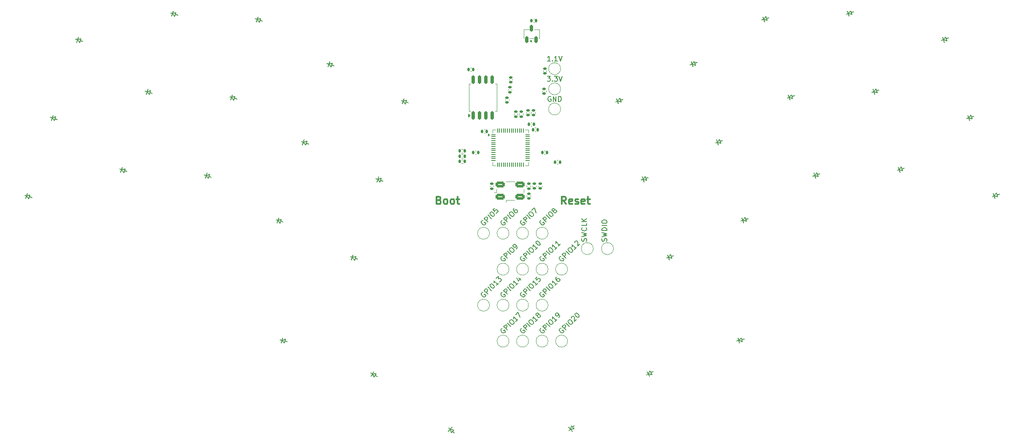
<source format=gbr>
%TF.GenerationSoftware,KiCad,Pcbnew,9.0.6*%
%TF.CreationDate,2025-12-06T20:50:46-05:00*%
%TF.ProjectId,frameortho,6672616d-656f-4727-9468-6f2e6b696361,rev?*%
%TF.SameCoordinates,Original*%
%TF.FileFunction,Legend,Top*%
%TF.FilePolarity,Positive*%
%FSLAX46Y46*%
G04 Gerber Fmt 4.6, Leading zero omitted, Abs format (unit mm)*
G04 Created by KiCad (PCBNEW 9.0.6) date 2025-12-06 20:50:46*
%MOMM*%
%LPD*%
G01*
G04 APERTURE LIST*
G04 Aperture macros list*
%AMRoundRect*
0 Rectangle with rounded corners*
0 $1 Rounding radius*
0 $2 $3 $4 $5 $6 $7 $8 $9 X,Y pos of 4 corners*
0 Add a 4 corners polygon primitive as box body*
4,1,4,$2,$3,$4,$5,$6,$7,$8,$9,$2,$3,0*
0 Add four circle primitives for the rounded corners*
1,1,$1+$1,$2,$3*
1,1,$1+$1,$4,$5*
1,1,$1+$1,$6,$7*
1,1,$1+$1,$8,$9*
0 Add four rect primitives between the rounded corners*
20,1,$1+$1,$2,$3,$4,$5,0*
20,1,$1+$1,$4,$5,$6,$7,0*
20,1,$1+$1,$6,$7,$8,$9,0*
20,1,$1+$1,$8,$9,$2,$3,0*%
G04 Aperture macros list end*
%ADD10C,0.150000*%
%ADD11C,0.300000*%
%ADD12C,0.120000*%
%ADD13C,2.000000*%
%ADD14RoundRect,0.250000X-0.945055X-0.481530X0.481530X-0.945055X0.945055X0.481530X-0.481530X0.945055X0*%
%ADD15RoundRect,0.140000X0.140000X0.170000X-0.140000X0.170000X-0.140000X-0.170000X0.140000X-0.170000X0*%
%ADD16RoundRect,0.225000X-0.134877X-0.416003X0.303590X-0.314775X0.134877X0.416003X-0.303590X0.314775X0*%
%ADD17RoundRect,0.225000X-0.329869X-0.287117X0.098106X-0.426175X0.329869X0.287117X-0.098106X0.426175X0*%
%ADD18RoundRect,0.225000X-0.098106X-0.426175X0.329869X-0.287117X0.098106X0.426175X-0.329869X0.287117X0*%
%ADD19RoundRect,0.135000X-0.135000X-0.185000X0.135000X-0.185000X0.135000X0.185000X-0.135000X0.185000X0*%
%ADD20RoundRect,0.250000X-0.650000X-0.350000X0.650000X-0.350000X0.650000X0.350000X-0.650000X0.350000X0*%
%ADD21RoundRect,0.250000X-0.481530X-0.945055X0.945055X-0.481530X0.481530X0.945055X-0.945055X0.481530X0*%
%ADD22C,2.600000*%
%ADD23C,3.800000*%
%ADD24RoundRect,0.140000X-0.140000X-0.170000X0.140000X-0.170000X0.140000X0.170000X-0.140000X0.170000X0*%
%ADD25RoundRect,0.250000X-0.899491X-0.562064X0.562064X-0.899491X0.899491X0.562064X-0.562064X0.899491X0*%
%ADD26RoundRect,0.135000X0.185000X-0.135000X0.185000X0.135000X-0.185000X0.135000X-0.185000X-0.135000X0*%
%ADD27RoundRect,0.140000X-0.170000X0.140000X-0.170000X-0.140000X0.170000X-0.140000X0.170000X0.140000X0*%
%ADD28RoundRect,0.250000X-0.310107X-1.014314X1.014314X-0.310107X0.310107X1.014314X-1.014314X0.310107X0*%
%ADD29RoundRect,0.225000X-0.420304X-0.120808X-0.091195X-0.427707X0.420304X0.120808X0.091195X0.427707X0*%
%ADD30RoundRect,0.225000X-0.022611X-0.436736X0.374715X-0.225474X0.022611X0.436736X-0.374715X0.225474X0*%
%ADD31RoundRect,0.250000X-0.037017X-1.060014X1.060014X-0.037017X0.037017X1.060014X-1.060014X0.037017X0*%
%ADD32R,1.700000X1.000000*%
%ADD33RoundRect,0.135000X0.135000X0.185000X-0.135000X0.185000X-0.135000X-0.185000X0.135000X-0.185000X0*%
%ADD34RoundRect,0.225000X-0.303590X-0.314775X0.134877X-0.416003X0.303590X0.314775X-0.134877X0.416003X0*%
%ADD35RoundRect,0.225000X-0.374715X-0.225474X0.022611X-0.436736X0.374715X0.225474X-0.022611X0.436736X0*%
%ADD36RoundRect,0.050000X-0.387500X-0.050000X0.387500X-0.050000X0.387500X0.050000X-0.387500X0.050000X0*%
%ADD37RoundRect,0.050000X-0.050000X-0.387500X0.050000X-0.387500X0.050000X0.387500X-0.050000X0.387500X0*%
%ADD38R,3.200000X3.200000*%
%ADD39RoundRect,0.250000X-1.014314X-0.310107X0.310107X-1.014314X1.014314X0.310107X-0.310107X1.014314X0*%
%ADD40RoundRect,0.150000X0.150000X-0.512500X0.150000X0.512500X-0.150000X0.512500X-0.150000X-0.512500X0*%
%ADD41RoundRect,0.140000X0.170000X-0.140000X0.170000X0.140000X-0.170000X0.140000X-0.170000X-0.140000X0*%
%ADD42RoundRect,0.225000X0.091195X-0.427707X0.420304X-0.120808X-0.091195X0.427707X-0.420304X0.120808X0*%
%ADD43RoundRect,0.250000X-1.060014X-0.037017X0.037017X-1.060014X1.060014X0.037017X-0.037017X1.060014X0*%
%ADD44RoundRect,0.162500X0.162500X-0.650000X0.162500X0.650000X-0.162500X0.650000X-0.162500X-0.650000X0*%
%ADD45RoundRect,0.250000X-0.562064X-0.899491X0.899491X-0.562064X0.562064X0.899491X-0.899491X0.562064X0*%
G04 APERTURE END LIST*
D10*
X222348040Y-151265984D02*
X222247025Y-151299656D01*
X222247025Y-151299656D02*
X222146009Y-151400671D01*
X222146009Y-151400671D02*
X222078666Y-151535358D01*
X222078666Y-151535358D02*
X222078666Y-151670046D01*
X222078666Y-151670046D02*
X222112338Y-151771061D01*
X222112338Y-151771061D02*
X222213353Y-151939420D01*
X222213353Y-151939420D02*
X222314368Y-152040435D01*
X222314368Y-152040435D02*
X222482727Y-152141450D01*
X222482727Y-152141450D02*
X222583742Y-152175122D01*
X222583742Y-152175122D02*
X222718429Y-152175122D01*
X222718429Y-152175122D02*
X222853116Y-152107778D01*
X222853116Y-152107778D02*
X222920460Y-152040435D01*
X222920460Y-152040435D02*
X222987803Y-151905748D01*
X222987803Y-151905748D02*
X222987803Y-151838404D01*
X222987803Y-151838404D02*
X222752101Y-151602702D01*
X222752101Y-151602702D02*
X222617414Y-151737389D01*
X223358192Y-151602702D02*
X222651086Y-150895595D01*
X222651086Y-150895595D02*
X222920460Y-150626221D01*
X222920460Y-150626221D02*
X223021475Y-150592549D01*
X223021475Y-150592549D02*
X223088818Y-150592549D01*
X223088818Y-150592549D02*
X223189834Y-150626221D01*
X223189834Y-150626221D02*
X223290849Y-150727236D01*
X223290849Y-150727236D02*
X223324521Y-150828252D01*
X223324521Y-150828252D02*
X223324521Y-150895595D01*
X223324521Y-150895595D02*
X223290849Y-150996610D01*
X223290849Y-150996610D02*
X223021475Y-151265984D01*
X224065299Y-150895595D02*
X223358192Y-150188488D01*
X223829597Y-149717084D02*
X223964284Y-149582397D01*
X223964284Y-149582397D02*
X224065299Y-149548725D01*
X224065299Y-149548725D02*
X224199986Y-149548725D01*
X224199986Y-149548725D02*
X224368345Y-149649741D01*
X224368345Y-149649741D02*
X224604047Y-149885443D01*
X224604047Y-149885443D02*
X224705062Y-150053802D01*
X224705062Y-150053802D02*
X224705062Y-150188489D01*
X224705062Y-150188489D02*
X224671390Y-150289504D01*
X224671390Y-150289504D02*
X224536703Y-150424191D01*
X224536703Y-150424191D02*
X224435688Y-150457863D01*
X224435688Y-150457863D02*
X224301001Y-150457863D01*
X224301001Y-150457863D02*
X224132642Y-150356848D01*
X224132642Y-150356848D02*
X223896940Y-150121145D01*
X223896940Y-150121145D02*
X223795925Y-149952787D01*
X223795925Y-149952787D02*
X223795925Y-149818100D01*
X223795925Y-149818100D02*
X223829597Y-149717084D01*
X224469360Y-149212008D02*
X224469360Y-149144665D01*
X224469360Y-149144665D02*
X224503032Y-149043649D01*
X224503032Y-149043649D02*
X224671390Y-148875291D01*
X224671390Y-148875291D02*
X224772406Y-148841619D01*
X224772406Y-148841619D02*
X224839749Y-148841619D01*
X224839749Y-148841619D02*
X224940764Y-148875291D01*
X224940764Y-148875291D02*
X225008108Y-148942634D01*
X225008108Y-148942634D02*
X225075451Y-149077321D01*
X225075451Y-149077321D02*
X225075451Y-149885443D01*
X225075451Y-149885443D02*
X225513184Y-149447710D01*
X225243810Y-148302871D02*
X225311154Y-148235527D01*
X225311154Y-148235527D02*
X225412169Y-148201855D01*
X225412169Y-148201855D02*
X225479512Y-148201855D01*
X225479512Y-148201855D02*
X225580528Y-148235527D01*
X225580528Y-148235527D02*
X225748886Y-148336542D01*
X225748886Y-148336542D02*
X225917245Y-148504901D01*
X225917245Y-148504901D02*
X226018260Y-148673260D01*
X226018260Y-148673260D02*
X226051932Y-148774275D01*
X226051932Y-148774275D02*
X226051932Y-148841619D01*
X226051932Y-148841619D02*
X226018260Y-148942634D01*
X226018260Y-148942634D02*
X225950917Y-149009977D01*
X225950917Y-149009977D02*
X225849902Y-149043649D01*
X225849902Y-149043649D02*
X225782558Y-149043649D01*
X225782558Y-149043649D02*
X225681543Y-149009977D01*
X225681543Y-149009977D02*
X225513184Y-148908962D01*
X225513184Y-148908962D02*
X225344825Y-148740603D01*
X225344825Y-148740603D02*
X225243810Y-148572245D01*
X225243810Y-148572245D02*
X225210138Y-148471229D01*
X225210138Y-148471229D02*
X225210138Y-148403886D01*
X225210138Y-148403886D02*
X225243810Y-148302871D01*
X214513042Y-144034873D02*
X214412027Y-144068545D01*
X214412027Y-144068545D02*
X214311011Y-144169560D01*
X214311011Y-144169560D02*
X214243668Y-144304247D01*
X214243668Y-144304247D02*
X214243668Y-144438935D01*
X214243668Y-144438935D02*
X214277340Y-144539950D01*
X214277340Y-144539950D02*
X214378355Y-144708309D01*
X214378355Y-144708309D02*
X214479370Y-144809324D01*
X214479370Y-144809324D02*
X214647729Y-144910339D01*
X214647729Y-144910339D02*
X214748744Y-144944011D01*
X214748744Y-144944011D02*
X214883431Y-144944011D01*
X214883431Y-144944011D02*
X215018118Y-144876667D01*
X215018118Y-144876667D02*
X215085462Y-144809324D01*
X215085462Y-144809324D02*
X215152805Y-144674637D01*
X215152805Y-144674637D02*
X215152805Y-144607293D01*
X215152805Y-144607293D02*
X214917103Y-144371591D01*
X214917103Y-144371591D02*
X214782416Y-144506278D01*
X215523194Y-144371591D02*
X214816088Y-143664484D01*
X214816088Y-143664484D02*
X215085462Y-143395110D01*
X215085462Y-143395110D02*
X215186477Y-143361438D01*
X215186477Y-143361438D02*
X215253820Y-143361438D01*
X215253820Y-143361438D02*
X215354836Y-143395110D01*
X215354836Y-143395110D02*
X215455851Y-143496125D01*
X215455851Y-143496125D02*
X215489523Y-143597141D01*
X215489523Y-143597141D02*
X215489523Y-143664484D01*
X215489523Y-143664484D02*
X215455851Y-143765499D01*
X215455851Y-143765499D02*
X215186477Y-144034873D01*
X216230301Y-143664484D02*
X215523194Y-142957377D01*
X215994599Y-142485973D02*
X216129286Y-142351286D01*
X216129286Y-142351286D02*
X216230301Y-142317614D01*
X216230301Y-142317614D02*
X216364988Y-142317614D01*
X216364988Y-142317614D02*
X216533347Y-142418630D01*
X216533347Y-142418630D02*
X216769049Y-142654332D01*
X216769049Y-142654332D02*
X216870064Y-142822691D01*
X216870064Y-142822691D02*
X216870064Y-142957378D01*
X216870064Y-142957378D02*
X216836392Y-143058393D01*
X216836392Y-143058393D02*
X216701705Y-143193080D01*
X216701705Y-143193080D02*
X216600690Y-143226752D01*
X216600690Y-143226752D02*
X216466003Y-143226752D01*
X216466003Y-143226752D02*
X216297644Y-143125737D01*
X216297644Y-143125737D02*
X216061942Y-142890034D01*
X216061942Y-142890034D02*
X215960927Y-142721676D01*
X215960927Y-142721676D02*
X215960927Y-142586989D01*
X215960927Y-142586989D02*
X215994599Y-142485973D01*
X217678186Y-142216599D02*
X217274125Y-142620660D01*
X217476156Y-142418630D02*
X216769049Y-141711523D01*
X216769049Y-141711523D02*
X216802721Y-141879882D01*
X216802721Y-141879882D02*
X216802721Y-142014569D01*
X216802721Y-142014569D02*
X216769049Y-142115584D01*
X217610843Y-140869729D02*
X217274125Y-141206447D01*
X217274125Y-141206447D02*
X217577171Y-141576836D01*
X217577171Y-141576836D02*
X217577171Y-141509492D01*
X217577171Y-141509492D02*
X217610843Y-141408477D01*
X217610843Y-141408477D02*
X217779201Y-141240118D01*
X217779201Y-141240118D02*
X217880217Y-141206447D01*
X217880217Y-141206447D02*
X217947560Y-141206447D01*
X217947560Y-141206447D02*
X218048575Y-141240118D01*
X218048575Y-141240118D02*
X218216934Y-141408477D01*
X218216934Y-141408477D02*
X218250606Y-141509492D01*
X218250606Y-141509492D02*
X218250606Y-141576836D01*
X218250606Y-141576836D02*
X218216934Y-141677851D01*
X218216934Y-141677851D02*
X218048575Y-141846210D01*
X218048575Y-141846210D02*
X217947560Y-141879882D01*
X217947560Y-141879882D02*
X217880217Y-141879882D01*
X218430541Y-129572651D02*
X218329526Y-129606323D01*
X218329526Y-129606323D02*
X218228510Y-129707338D01*
X218228510Y-129707338D02*
X218161167Y-129842025D01*
X218161167Y-129842025D02*
X218161167Y-129976713D01*
X218161167Y-129976713D02*
X218194839Y-130077728D01*
X218194839Y-130077728D02*
X218295854Y-130246087D01*
X218295854Y-130246087D02*
X218396869Y-130347102D01*
X218396869Y-130347102D02*
X218565228Y-130448117D01*
X218565228Y-130448117D02*
X218666243Y-130481789D01*
X218666243Y-130481789D02*
X218800930Y-130481789D01*
X218800930Y-130481789D02*
X218935617Y-130414445D01*
X218935617Y-130414445D02*
X219002961Y-130347102D01*
X219002961Y-130347102D02*
X219070304Y-130212415D01*
X219070304Y-130212415D02*
X219070304Y-130145071D01*
X219070304Y-130145071D02*
X218834602Y-129909369D01*
X218834602Y-129909369D02*
X218699915Y-130044056D01*
X219440693Y-129909369D02*
X218733587Y-129202262D01*
X218733587Y-129202262D02*
X219002961Y-128932888D01*
X219002961Y-128932888D02*
X219103976Y-128899216D01*
X219103976Y-128899216D02*
X219171319Y-128899216D01*
X219171319Y-128899216D02*
X219272335Y-128932888D01*
X219272335Y-128932888D02*
X219373350Y-129033903D01*
X219373350Y-129033903D02*
X219407022Y-129134919D01*
X219407022Y-129134919D02*
X219407022Y-129202262D01*
X219407022Y-129202262D02*
X219373350Y-129303277D01*
X219373350Y-129303277D02*
X219103976Y-129572651D01*
X220147800Y-129202262D02*
X219440693Y-128495155D01*
X219912098Y-128023751D02*
X220046785Y-127889064D01*
X220046785Y-127889064D02*
X220147800Y-127855392D01*
X220147800Y-127855392D02*
X220282487Y-127855392D01*
X220282487Y-127855392D02*
X220450846Y-127956408D01*
X220450846Y-127956408D02*
X220686548Y-128192110D01*
X220686548Y-128192110D02*
X220787563Y-128360469D01*
X220787563Y-128360469D02*
X220787563Y-128495156D01*
X220787563Y-128495156D02*
X220753891Y-128596171D01*
X220753891Y-128596171D02*
X220619204Y-128730858D01*
X220619204Y-128730858D02*
X220518189Y-128764530D01*
X220518189Y-128764530D02*
X220383502Y-128764530D01*
X220383502Y-128764530D02*
X220215143Y-128663515D01*
X220215143Y-128663515D02*
X219979441Y-128427812D01*
X219979441Y-128427812D02*
X219878426Y-128259454D01*
X219878426Y-128259454D02*
X219878426Y-128124767D01*
X219878426Y-128124767D02*
X219912098Y-128023751D01*
X220922250Y-127619690D02*
X220821235Y-127653362D01*
X220821235Y-127653362D02*
X220753891Y-127653362D01*
X220753891Y-127653362D02*
X220652876Y-127619690D01*
X220652876Y-127619690D02*
X220619204Y-127586019D01*
X220619204Y-127586019D02*
X220585533Y-127485003D01*
X220585533Y-127485003D02*
X220585533Y-127417660D01*
X220585533Y-127417660D02*
X220619204Y-127316645D01*
X220619204Y-127316645D02*
X220753891Y-127181958D01*
X220753891Y-127181958D02*
X220854907Y-127148286D01*
X220854907Y-127148286D02*
X220922250Y-127148286D01*
X220922250Y-127148286D02*
X221023265Y-127181958D01*
X221023265Y-127181958D02*
X221056937Y-127215629D01*
X221056937Y-127215629D02*
X221090609Y-127316645D01*
X221090609Y-127316645D02*
X221090609Y-127383988D01*
X221090609Y-127383988D02*
X221056937Y-127485003D01*
X221056937Y-127485003D02*
X220922250Y-127619690D01*
X220922250Y-127619690D02*
X220888578Y-127720706D01*
X220888578Y-127720706D02*
X220888578Y-127788049D01*
X220888578Y-127788049D02*
X220922250Y-127889064D01*
X220922250Y-127889064D02*
X221056937Y-128023751D01*
X221056937Y-128023751D02*
X221157952Y-128057423D01*
X221157952Y-128057423D02*
X221225296Y-128057423D01*
X221225296Y-128057423D02*
X221326311Y-128023751D01*
X221326311Y-128023751D02*
X221460998Y-127889064D01*
X221460998Y-127889064D02*
X221494670Y-127788049D01*
X221494670Y-127788049D02*
X221494670Y-127720706D01*
X221494670Y-127720706D02*
X221460998Y-127619690D01*
X221460998Y-127619690D02*
X221326311Y-127485003D01*
X221326311Y-127485003D02*
X221225296Y-127451332D01*
X221225296Y-127451332D02*
X221157952Y-127451332D01*
X221157952Y-127451332D02*
X221056937Y-127485003D01*
X214513041Y-129572651D02*
X214412026Y-129606323D01*
X214412026Y-129606323D02*
X214311010Y-129707338D01*
X214311010Y-129707338D02*
X214243667Y-129842025D01*
X214243667Y-129842025D02*
X214243667Y-129976713D01*
X214243667Y-129976713D02*
X214277339Y-130077728D01*
X214277339Y-130077728D02*
X214378354Y-130246087D01*
X214378354Y-130246087D02*
X214479369Y-130347102D01*
X214479369Y-130347102D02*
X214647728Y-130448117D01*
X214647728Y-130448117D02*
X214748743Y-130481789D01*
X214748743Y-130481789D02*
X214883430Y-130481789D01*
X214883430Y-130481789D02*
X215018117Y-130414445D01*
X215018117Y-130414445D02*
X215085461Y-130347102D01*
X215085461Y-130347102D02*
X215152804Y-130212415D01*
X215152804Y-130212415D02*
X215152804Y-130145071D01*
X215152804Y-130145071D02*
X214917102Y-129909369D01*
X214917102Y-129909369D02*
X214782415Y-130044056D01*
X215523193Y-129909369D02*
X214816087Y-129202262D01*
X214816087Y-129202262D02*
X215085461Y-128932888D01*
X215085461Y-128932888D02*
X215186476Y-128899216D01*
X215186476Y-128899216D02*
X215253819Y-128899216D01*
X215253819Y-128899216D02*
X215354835Y-128932888D01*
X215354835Y-128932888D02*
X215455850Y-129033903D01*
X215455850Y-129033903D02*
X215489522Y-129134919D01*
X215489522Y-129134919D02*
X215489522Y-129202262D01*
X215489522Y-129202262D02*
X215455850Y-129303277D01*
X215455850Y-129303277D02*
X215186476Y-129572651D01*
X216230300Y-129202262D02*
X215523193Y-128495155D01*
X215994598Y-128023751D02*
X216129285Y-127889064D01*
X216129285Y-127889064D02*
X216230300Y-127855392D01*
X216230300Y-127855392D02*
X216364987Y-127855392D01*
X216364987Y-127855392D02*
X216533346Y-127956408D01*
X216533346Y-127956408D02*
X216769048Y-128192110D01*
X216769048Y-128192110D02*
X216870063Y-128360469D01*
X216870063Y-128360469D02*
X216870063Y-128495156D01*
X216870063Y-128495156D02*
X216836391Y-128596171D01*
X216836391Y-128596171D02*
X216701704Y-128730858D01*
X216701704Y-128730858D02*
X216600689Y-128764530D01*
X216600689Y-128764530D02*
X216466002Y-128764530D01*
X216466002Y-128764530D02*
X216297643Y-128663515D01*
X216297643Y-128663515D02*
X216061941Y-128427812D01*
X216061941Y-128427812D02*
X215960926Y-128259454D01*
X215960926Y-128259454D02*
X215960926Y-128124767D01*
X215960926Y-128124767D02*
X215994598Y-128023751D01*
X216533346Y-127485003D02*
X217004750Y-127013599D01*
X217004750Y-127013599D02*
X217408811Y-128023751D01*
X218430539Y-151265984D02*
X218329524Y-151299656D01*
X218329524Y-151299656D02*
X218228508Y-151400671D01*
X218228508Y-151400671D02*
X218161165Y-151535358D01*
X218161165Y-151535358D02*
X218161165Y-151670046D01*
X218161165Y-151670046D02*
X218194837Y-151771061D01*
X218194837Y-151771061D02*
X218295852Y-151939420D01*
X218295852Y-151939420D02*
X218396867Y-152040435D01*
X218396867Y-152040435D02*
X218565226Y-152141450D01*
X218565226Y-152141450D02*
X218666241Y-152175122D01*
X218666241Y-152175122D02*
X218800928Y-152175122D01*
X218800928Y-152175122D02*
X218935615Y-152107778D01*
X218935615Y-152107778D02*
X219002959Y-152040435D01*
X219002959Y-152040435D02*
X219070302Y-151905748D01*
X219070302Y-151905748D02*
X219070302Y-151838404D01*
X219070302Y-151838404D02*
X218834600Y-151602702D01*
X218834600Y-151602702D02*
X218699913Y-151737389D01*
X219440691Y-151602702D02*
X218733585Y-150895595D01*
X218733585Y-150895595D02*
X219002959Y-150626221D01*
X219002959Y-150626221D02*
X219103974Y-150592549D01*
X219103974Y-150592549D02*
X219171317Y-150592549D01*
X219171317Y-150592549D02*
X219272333Y-150626221D01*
X219272333Y-150626221D02*
X219373348Y-150727236D01*
X219373348Y-150727236D02*
X219407020Y-150828252D01*
X219407020Y-150828252D02*
X219407020Y-150895595D01*
X219407020Y-150895595D02*
X219373348Y-150996610D01*
X219373348Y-150996610D02*
X219103974Y-151265984D01*
X220147798Y-150895595D02*
X219440691Y-150188488D01*
X219912096Y-149717084D02*
X220046783Y-149582397D01*
X220046783Y-149582397D02*
X220147798Y-149548725D01*
X220147798Y-149548725D02*
X220282485Y-149548725D01*
X220282485Y-149548725D02*
X220450844Y-149649741D01*
X220450844Y-149649741D02*
X220686546Y-149885443D01*
X220686546Y-149885443D02*
X220787561Y-150053802D01*
X220787561Y-150053802D02*
X220787561Y-150188489D01*
X220787561Y-150188489D02*
X220753889Y-150289504D01*
X220753889Y-150289504D02*
X220619202Y-150424191D01*
X220619202Y-150424191D02*
X220518187Y-150457863D01*
X220518187Y-150457863D02*
X220383500Y-150457863D01*
X220383500Y-150457863D02*
X220215141Y-150356848D01*
X220215141Y-150356848D02*
X219979439Y-150121145D01*
X219979439Y-150121145D02*
X219878424Y-149952787D01*
X219878424Y-149952787D02*
X219878424Y-149818100D01*
X219878424Y-149818100D02*
X219912096Y-149717084D01*
X221595683Y-149447710D02*
X221191622Y-149851771D01*
X221393653Y-149649741D02*
X220686546Y-148942634D01*
X220686546Y-148942634D02*
X220720218Y-149110993D01*
X220720218Y-149110993D02*
X220720218Y-149245680D01*
X220720218Y-149245680D02*
X220686546Y-149346695D01*
X221932401Y-149110993D02*
X222067088Y-148976306D01*
X222067088Y-148976306D02*
X222100759Y-148875290D01*
X222100759Y-148875290D02*
X222100759Y-148807947D01*
X222100759Y-148807947D02*
X222067088Y-148639588D01*
X222067088Y-148639588D02*
X221966072Y-148471229D01*
X221966072Y-148471229D02*
X221696698Y-148201855D01*
X221696698Y-148201855D02*
X221595683Y-148168184D01*
X221595683Y-148168184D02*
X221528340Y-148168184D01*
X221528340Y-148168184D02*
X221427324Y-148201855D01*
X221427324Y-148201855D02*
X221292637Y-148336542D01*
X221292637Y-148336542D02*
X221258966Y-148437558D01*
X221258966Y-148437558D02*
X221258966Y-148504901D01*
X221258966Y-148504901D02*
X221292637Y-148605916D01*
X221292637Y-148605916D02*
X221460996Y-148774275D01*
X221460996Y-148774275D02*
X221562011Y-148807947D01*
X221562011Y-148807947D02*
X221629355Y-148807947D01*
X221629355Y-148807947D02*
X221730370Y-148774275D01*
X221730370Y-148774275D02*
X221865057Y-148639588D01*
X221865057Y-148639588D02*
X221898729Y-148538573D01*
X221898729Y-148538573D02*
X221898729Y-148471229D01*
X221898729Y-148471229D02*
X221865057Y-148370214D01*
X206678041Y-129572651D02*
X206577026Y-129606323D01*
X206577026Y-129606323D02*
X206476010Y-129707338D01*
X206476010Y-129707338D02*
X206408667Y-129842025D01*
X206408667Y-129842025D02*
X206408667Y-129976713D01*
X206408667Y-129976713D02*
X206442339Y-130077728D01*
X206442339Y-130077728D02*
X206543354Y-130246087D01*
X206543354Y-130246087D02*
X206644369Y-130347102D01*
X206644369Y-130347102D02*
X206812728Y-130448117D01*
X206812728Y-130448117D02*
X206913743Y-130481789D01*
X206913743Y-130481789D02*
X207048430Y-130481789D01*
X207048430Y-130481789D02*
X207183117Y-130414445D01*
X207183117Y-130414445D02*
X207250461Y-130347102D01*
X207250461Y-130347102D02*
X207317804Y-130212415D01*
X207317804Y-130212415D02*
X207317804Y-130145071D01*
X207317804Y-130145071D02*
X207082102Y-129909369D01*
X207082102Y-129909369D02*
X206947415Y-130044056D01*
X207688193Y-129909369D02*
X206981087Y-129202262D01*
X206981087Y-129202262D02*
X207250461Y-128932888D01*
X207250461Y-128932888D02*
X207351476Y-128899216D01*
X207351476Y-128899216D02*
X207418819Y-128899216D01*
X207418819Y-128899216D02*
X207519835Y-128932888D01*
X207519835Y-128932888D02*
X207620850Y-129033903D01*
X207620850Y-129033903D02*
X207654522Y-129134919D01*
X207654522Y-129134919D02*
X207654522Y-129202262D01*
X207654522Y-129202262D02*
X207620850Y-129303277D01*
X207620850Y-129303277D02*
X207351476Y-129572651D01*
X208395300Y-129202262D02*
X207688193Y-128495155D01*
X208159598Y-128023751D02*
X208294285Y-127889064D01*
X208294285Y-127889064D02*
X208395300Y-127855392D01*
X208395300Y-127855392D02*
X208529987Y-127855392D01*
X208529987Y-127855392D02*
X208698346Y-127956408D01*
X208698346Y-127956408D02*
X208934048Y-128192110D01*
X208934048Y-128192110D02*
X209035063Y-128360469D01*
X209035063Y-128360469D02*
X209035063Y-128495156D01*
X209035063Y-128495156D02*
X209001391Y-128596171D01*
X209001391Y-128596171D02*
X208866704Y-128730858D01*
X208866704Y-128730858D02*
X208765689Y-128764530D01*
X208765689Y-128764530D02*
X208631002Y-128764530D01*
X208631002Y-128764530D02*
X208462643Y-128663515D01*
X208462643Y-128663515D02*
X208226941Y-128427812D01*
X208226941Y-128427812D02*
X208125926Y-128259454D01*
X208125926Y-128259454D02*
X208125926Y-128124767D01*
X208125926Y-128124767D02*
X208159598Y-128023751D01*
X209102407Y-127080942D02*
X208765689Y-127417660D01*
X208765689Y-127417660D02*
X209068735Y-127788049D01*
X209068735Y-127788049D02*
X209068735Y-127720706D01*
X209068735Y-127720706D02*
X209102407Y-127619690D01*
X209102407Y-127619690D02*
X209270765Y-127451332D01*
X209270765Y-127451332D02*
X209371781Y-127417660D01*
X209371781Y-127417660D02*
X209439124Y-127417660D01*
X209439124Y-127417660D02*
X209540139Y-127451332D01*
X209540139Y-127451332D02*
X209708498Y-127619690D01*
X209708498Y-127619690D02*
X209742170Y-127720706D01*
X209742170Y-127720706D02*
X209742170Y-127788049D01*
X209742170Y-127788049D02*
X209708498Y-127889064D01*
X209708498Y-127889064D02*
X209540139Y-128057423D01*
X209540139Y-128057423D02*
X209439124Y-128091095D01*
X209439124Y-128091095D02*
X209371781Y-128091095D01*
X218430542Y-136803762D02*
X218329527Y-136837434D01*
X218329527Y-136837434D02*
X218228511Y-136938449D01*
X218228511Y-136938449D02*
X218161168Y-137073136D01*
X218161168Y-137073136D02*
X218161168Y-137207824D01*
X218161168Y-137207824D02*
X218194840Y-137308839D01*
X218194840Y-137308839D02*
X218295855Y-137477198D01*
X218295855Y-137477198D02*
X218396870Y-137578213D01*
X218396870Y-137578213D02*
X218565229Y-137679228D01*
X218565229Y-137679228D02*
X218666244Y-137712900D01*
X218666244Y-137712900D02*
X218800931Y-137712900D01*
X218800931Y-137712900D02*
X218935618Y-137645556D01*
X218935618Y-137645556D02*
X219002962Y-137578213D01*
X219002962Y-137578213D02*
X219070305Y-137443526D01*
X219070305Y-137443526D02*
X219070305Y-137376182D01*
X219070305Y-137376182D02*
X218834603Y-137140480D01*
X218834603Y-137140480D02*
X218699916Y-137275167D01*
X219440694Y-137140480D02*
X218733588Y-136433373D01*
X218733588Y-136433373D02*
X219002962Y-136163999D01*
X219002962Y-136163999D02*
X219103977Y-136130327D01*
X219103977Y-136130327D02*
X219171320Y-136130327D01*
X219171320Y-136130327D02*
X219272336Y-136163999D01*
X219272336Y-136163999D02*
X219373351Y-136265014D01*
X219373351Y-136265014D02*
X219407023Y-136366030D01*
X219407023Y-136366030D02*
X219407023Y-136433373D01*
X219407023Y-136433373D02*
X219373351Y-136534388D01*
X219373351Y-136534388D02*
X219103977Y-136803762D01*
X220147801Y-136433373D02*
X219440694Y-135726266D01*
X219912099Y-135254862D02*
X220046786Y-135120175D01*
X220046786Y-135120175D02*
X220147801Y-135086503D01*
X220147801Y-135086503D02*
X220282488Y-135086503D01*
X220282488Y-135086503D02*
X220450847Y-135187519D01*
X220450847Y-135187519D02*
X220686549Y-135423221D01*
X220686549Y-135423221D02*
X220787564Y-135591580D01*
X220787564Y-135591580D02*
X220787564Y-135726267D01*
X220787564Y-135726267D02*
X220753892Y-135827282D01*
X220753892Y-135827282D02*
X220619205Y-135961969D01*
X220619205Y-135961969D02*
X220518190Y-135995641D01*
X220518190Y-135995641D02*
X220383503Y-135995641D01*
X220383503Y-135995641D02*
X220215144Y-135894626D01*
X220215144Y-135894626D02*
X219979442Y-135658923D01*
X219979442Y-135658923D02*
X219878427Y-135490565D01*
X219878427Y-135490565D02*
X219878427Y-135355878D01*
X219878427Y-135355878D02*
X219912099Y-135254862D01*
X221595686Y-134985488D02*
X221191625Y-135389549D01*
X221393656Y-135187519D02*
X220686549Y-134480412D01*
X220686549Y-134480412D02*
X220720221Y-134648771D01*
X220720221Y-134648771D02*
X220720221Y-134783458D01*
X220720221Y-134783458D02*
X220686549Y-134884473D01*
X222269121Y-134312053D02*
X221865060Y-134716114D01*
X222067091Y-134514084D02*
X221359984Y-133806977D01*
X221359984Y-133806977D02*
X221393656Y-133975336D01*
X221393656Y-133975336D02*
X221393656Y-134110023D01*
X221393656Y-134110023D02*
X221359984Y-134211038D01*
X231542200Y-133750839D02*
X231589819Y-133607982D01*
X231589819Y-133607982D02*
X231589819Y-133369887D01*
X231589819Y-133369887D02*
X231542200Y-133274649D01*
X231542200Y-133274649D02*
X231494580Y-133227030D01*
X231494580Y-133227030D02*
X231399342Y-133179411D01*
X231399342Y-133179411D02*
X231304104Y-133179411D01*
X231304104Y-133179411D02*
X231208866Y-133227030D01*
X231208866Y-133227030D02*
X231161247Y-133274649D01*
X231161247Y-133274649D02*
X231113628Y-133369887D01*
X231113628Y-133369887D02*
X231066009Y-133560363D01*
X231066009Y-133560363D02*
X231018390Y-133655601D01*
X231018390Y-133655601D02*
X230970771Y-133703220D01*
X230970771Y-133703220D02*
X230875533Y-133750839D01*
X230875533Y-133750839D02*
X230780295Y-133750839D01*
X230780295Y-133750839D02*
X230685057Y-133703220D01*
X230685057Y-133703220D02*
X230637438Y-133655601D01*
X230637438Y-133655601D02*
X230589819Y-133560363D01*
X230589819Y-133560363D02*
X230589819Y-133322268D01*
X230589819Y-133322268D02*
X230637438Y-133179411D01*
X230589819Y-132846077D02*
X231589819Y-132607982D01*
X231589819Y-132607982D02*
X230875533Y-132417506D01*
X230875533Y-132417506D02*
X231589819Y-132227030D01*
X231589819Y-132227030D02*
X230589819Y-131988935D01*
X231589819Y-131607982D02*
X230589819Y-131607982D01*
X230589819Y-131607982D02*
X230589819Y-131369887D01*
X230589819Y-131369887D02*
X230637438Y-131227030D01*
X230637438Y-131227030D02*
X230732676Y-131131792D01*
X230732676Y-131131792D02*
X230827914Y-131084173D01*
X230827914Y-131084173D02*
X231018390Y-131036554D01*
X231018390Y-131036554D02*
X231161247Y-131036554D01*
X231161247Y-131036554D02*
X231351723Y-131084173D01*
X231351723Y-131084173D02*
X231446961Y-131131792D01*
X231446961Y-131131792D02*
X231542200Y-131227030D01*
X231542200Y-131227030D02*
X231589819Y-131369887D01*
X231589819Y-131369887D02*
X231589819Y-131607982D01*
X231589819Y-130607982D02*
X230589819Y-130607982D01*
X230589819Y-129941316D02*
X230589819Y-129750840D01*
X230589819Y-129750840D02*
X230637438Y-129655602D01*
X230637438Y-129655602D02*
X230732676Y-129560364D01*
X230732676Y-129560364D02*
X230923152Y-129512745D01*
X230923152Y-129512745D02*
X231256485Y-129512745D01*
X231256485Y-129512745D02*
X231446961Y-129560364D01*
X231446961Y-129560364D02*
X231542200Y-129655602D01*
X231542200Y-129655602D02*
X231589819Y-129750840D01*
X231589819Y-129750840D02*
X231589819Y-129941316D01*
X231589819Y-129941316D02*
X231542200Y-130036554D01*
X231542200Y-130036554D02*
X231446961Y-130131792D01*
X231446961Y-130131792D02*
X231256485Y-130179411D01*
X231256485Y-130179411D02*
X230923152Y-130179411D01*
X230923152Y-130179411D02*
X230732676Y-130131792D01*
X230732676Y-130131792D02*
X230637438Y-130036554D01*
X230637438Y-130036554D02*
X230589819Y-129941316D01*
D11*
X223407653Y-126292828D02*
X222907653Y-125578542D01*
X222550510Y-126292828D02*
X222550510Y-124792828D01*
X222550510Y-124792828D02*
X223121939Y-124792828D01*
X223121939Y-124792828D02*
X223264796Y-124864257D01*
X223264796Y-124864257D02*
X223336225Y-124935685D01*
X223336225Y-124935685D02*
X223407653Y-125078542D01*
X223407653Y-125078542D02*
X223407653Y-125292828D01*
X223407653Y-125292828D02*
X223336225Y-125435685D01*
X223336225Y-125435685D02*
X223264796Y-125507114D01*
X223264796Y-125507114D02*
X223121939Y-125578542D01*
X223121939Y-125578542D02*
X222550510Y-125578542D01*
X224621939Y-126221400D02*
X224479082Y-126292828D01*
X224479082Y-126292828D02*
X224193368Y-126292828D01*
X224193368Y-126292828D02*
X224050510Y-126221400D01*
X224050510Y-126221400D02*
X223979082Y-126078542D01*
X223979082Y-126078542D02*
X223979082Y-125507114D01*
X223979082Y-125507114D02*
X224050510Y-125364257D01*
X224050510Y-125364257D02*
X224193368Y-125292828D01*
X224193368Y-125292828D02*
X224479082Y-125292828D01*
X224479082Y-125292828D02*
X224621939Y-125364257D01*
X224621939Y-125364257D02*
X224693368Y-125507114D01*
X224693368Y-125507114D02*
X224693368Y-125649971D01*
X224693368Y-125649971D02*
X223979082Y-125792828D01*
X225264796Y-126221400D02*
X225407653Y-126292828D01*
X225407653Y-126292828D02*
X225693367Y-126292828D01*
X225693367Y-126292828D02*
X225836224Y-126221400D01*
X225836224Y-126221400D02*
X225907653Y-126078542D01*
X225907653Y-126078542D02*
X225907653Y-126007114D01*
X225907653Y-126007114D02*
X225836224Y-125864257D01*
X225836224Y-125864257D02*
X225693367Y-125792828D01*
X225693367Y-125792828D02*
X225479082Y-125792828D01*
X225479082Y-125792828D02*
X225336224Y-125721400D01*
X225336224Y-125721400D02*
X225264796Y-125578542D01*
X225264796Y-125578542D02*
X225264796Y-125507114D01*
X225264796Y-125507114D02*
X225336224Y-125364257D01*
X225336224Y-125364257D02*
X225479082Y-125292828D01*
X225479082Y-125292828D02*
X225693367Y-125292828D01*
X225693367Y-125292828D02*
X225836224Y-125364257D01*
X227121939Y-126221400D02*
X226979082Y-126292828D01*
X226979082Y-126292828D02*
X226693368Y-126292828D01*
X226693368Y-126292828D02*
X226550510Y-126221400D01*
X226550510Y-126221400D02*
X226479082Y-126078542D01*
X226479082Y-126078542D02*
X226479082Y-125507114D01*
X226479082Y-125507114D02*
X226550510Y-125364257D01*
X226550510Y-125364257D02*
X226693368Y-125292828D01*
X226693368Y-125292828D02*
X226979082Y-125292828D01*
X226979082Y-125292828D02*
X227121939Y-125364257D01*
X227121939Y-125364257D02*
X227193368Y-125507114D01*
X227193368Y-125507114D02*
X227193368Y-125649971D01*
X227193368Y-125649971D02*
X226479082Y-125792828D01*
X227621939Y-125292828D02*
X228193367Y-125292828D01*
X227836224Y-124792828D02*
X227836224Y-126078542D01*
X227836224Y-126078542D02*
X227907653Y-126221400D01*
X227907653Y-126221400D02*
X228050510Y-126292828D01*
X228050510Y-126292828D02*
X228193367Y-126292828D01*
D10*
X206678043Y-144034873D02*
X206577028Y-144068545D01*
X206577028Y-144068545D02*
X206476012Y-144169560D01*
X206476012Y-144169560D02*
X206408669Y-144304247D01*
X206408669Y-144304247D02*
X206408669Y-144438935D01*
X206408669Y-144438935D02*
X206442341Y-144539950D01*
X206442341Y-144539950D02*
X206543356Y-144708309D01*
X206543356Y-144708309D02*
X206644371Y-144809324D01*
X206644371Y-144809324D02*
X206812730Y-144910339D01*
X206812730Y-144910339D02*
X206913745Y-144944011D01*
X206913745Y-144944011D02*
X207048432Y-144944011D01*
X207048432Y-144944011D02*
X207183119Y-144876667D01*
X207183119Y-144876667D02*
X207250463Y-144809324D01*
X207250463Y-144809324D02*
X207317806Y-144674637D01*
X207317806Y-144674637D02*
X207317806Y-144607293D01*
X207317806Y-144607293D02*
X207082104Y-144371591D01*
X207082104Y-144371591D02*
X206947417Y-144506278D01*
X207688195Y-144371591D02*
X206981089Y-143664484D01*
X206981089Y-143664484D02*
X207250463Y-143395110D01*
X207250463Y-143395110D02*
X207351478Y-143361438D01*
X207351478Y-143361438D02*
X207418821Y-143361438D01*
X207418821Y-143361438D02*
X207519837Y-143395110D01*
X207519837Y-143395110D02*
X207620852Y-143496125D01*
X207620852Y-143496125D02*
X207654524Y-143597141D01*
X207654524Y-143597141D02*
X207654524Y-143664484D01*
X207654524Y-143664484D02*
X207620852Y-143765499D01*
X207620852Y-143765499D02*
X207351478Y-144034873D01*
X208395302Y-143664484D02*
X207688195Y-142957377D01*
X208159600Y-142485973D02*
X208294287Y-142351286D01*
X208294287Y-142351286D02*
X208395302Y-142317614D01*
X208395302Y-142317614D02*
X208529989Y-142317614D01*
X208529989Y-142317614D02*
X208698348Y-142418630D01*
X208698348Y-142418630D02*
X208934050Y-142654332D01*
X208934050Y-142654332D02*
X209035065Y-142822691D01*
X209035065Y-142822691D02*
X209035065Y-142957378D01*
X209035065Y-142957378D02*
X209001393Y-143058393D01*
X209001393Y-143058393D02*
X208866706Y-143193080D01*
X208866706Y-143193080D02*
X208765691Y-143226752D01*
X208765691Y-143226752D02*
X208631004Y-143226752D01*
X208631004Y-143226752D02*
X208462645Y-143125737D01*
X208462645Y-143125737D02*
X208226943Y-142890034D01*
X208226943Y-142890034D02*
X208125928Y-142721676D01*
X208125928Y-142721676D02*
X208125928Y-142586989D01*
X208125928Y-142586989D02*
X208159600Y-142485973D01*
X209843187Y-142216599D02*
X209439126Y-142620660D01*
X209641157Y-142418630D02*
X208934050Y-141711523D01*
X208934050Y-141711523D02*
X208967722Y-141879882D01*
X208967722Y-141879882D02*
X208967722Y-142014569D01*
X208967722Y-142014569D02*
X208934050Y-142115584D01*
X209371783Y-141273790D02*
X209809515Y-140836057D01*
X209809515Y-140836057D02*
X209843187Y-141341134D01*
X209843187Y-141341134D02*
X209944202Y-141240118D01*
X209944202Y-141240118D02*
X210045218Y-141206447D01*
X210045218Y-141206447D02*
X210112561Y-141206447D01*
X210112561Y-141206447D02*
X210213576Y-141240118D01*
X210213576Y-141240118D02*
X210381935Y-141408477D01*
X210381935Y-141408477D02*
X210415607Y-141509492D01*
X210415607Y-141509492D02*
X210415607Y-141576836D01*
X210415607Y-141576836D02*
X210381935Y-141677851D01*
X210381935Y-141677851D02*
X210179905Y-141879882D01*
X210179905Y-141879882D02*
X210078889Y-141913553D01*
X210078889Y-141913553D02*
X210011546Y-141913553D01*
X227492198Y-133750839D02*
X227539817Y-133607982D01*
X227539817Y-133607982D02*
X227539817Y-133369887D01*
X227539817Y-133369887D02*
X227492198Y-133274649D01*
X227492198Y-133274649D02*
X227444578Y-133227030D01*
X227444578Y-133227030D02*
X227349340Y-133179411D01*
X227349340Y-133179411D02*
X227254102Y-133179411D01*
X227254102Y-133179411D02*
X227158864Y-133227030D01*
X227158864Y-133227030D02*
X227111245Y-133274649D01*
X227111245Y-133274649D02*
X227063626Y-133369887D01*
X227063626Y-133369887D02*
X227016007Y-133560363D01*
X227016007Y-133560363D02*
X226968388Y-133655601D01*
X226968388Y-133655601D02*
X226920769Y-133703220D01*
X226920769Y-133703220D02*
X226825531Y-133750839D01*
X226825531Y-133750839D02*
X226730293Y-133750839D01*
X226730293Y-133750839D02*
X226635055Y-133703220D01*
X226635055Y-133703220D02*
X226587436Y-133655601D01*
X226587436Y-133655601D02*
X226539817Y-133560363D01*
X226539817Y-133560363D02*
X226539817Y-133322268D01*
X226539817Y-133322268D02*
X226587436Y-133179411D01*
X226539817Y-132846077D02*
X227539817Y-132607982D01*
X227539817Y-132607982D02*
X226825531Y-132417506D01*
X226825531Y-132417506D02*
X227539817Y-132227030D01*
X227539817Y-132227030D02*
X226539817Y-131988935D01*
X227444578Y-131036554D02*
X227492198Y-131084173D01*
X227492198Y-131084173D02*
X227539817Y-131227030D01*
X227539817Y-131227030D02*
X227539817Y-131322268D01*
X227539817Y-131322268D02*
X227492198Y-131465125D01*
X227492198Y-131465125D02*
X227396959Y-131560363D01*
X227396959Y-131560363D02*
X227301721Y-131607982D01*
X227301721Y-131607982D02*
X227111245Y-131655601D01*
X227111245Y-131655601D02*
X226968388Y-131655601D01*
X226968388Y-131655601D02*
X226777912Y-131607982D01*
X226777912Y-131607982D02*
X226682674Y-131560363D01*
X226682674Y-131560363D02*
X226587436Y-131465125D01*
X226587436Y-131465125D02*
X226539817Y-131322268D01*
X226539817Y-131322268D02*
X226539817Y-131227030D01*
X226539817Y-131227030D02*
X226587436Y-131084173D01*
X226587436Y-131084173D02*
X226635055Y-131036554D01*
X227539817Y-130131792D02*
X227539817Y-130607982D01*
X227539817Y-130607982D02*
X226539817Y-130607982D01*
X227539817Y-129798458D02*
X226539817Y-129798458D01*
X227539817Y-129227030D02*
X226968388Y-129655601D01*
X226539817Y-129227030D02*
X227111245Y-129798458D01*
X210595541Y-136803762D02*
X210494526Y-136837434D01*
X210494526Y-136837434D02*
X210393510Y-136938449D01*
X210393510Y-136938449D02*
X210326167Y-137073136D01*
X210326167Y-137073136D02*
X210326167Y-137207824D01*
X210326167Y-137207824D02*
X210359839Y-137308839D01*
X210359839Y-137308839D02*
X210460854Y-137477198D01*
X210460854Y-137477198D02*
X210561869Y-137578213D01*
X210561869Y-137578213D02*
X210730228Y-137679228D01*
X210730228Y-137679228D02*
X210831243Y-137712900D01*
X210831243Y-137712900D02*
X210965930Y-137712900D01*
X210965930Y-137712900D02*
X211100617Y-137645556D01*
X211100617Y-137645556D02*
X211167961Y-137578213D01*
X211167961Y-137578213D02*
X211235304Y-137443526D01*
X211235304Y-137443526D02*
X211235304Y-137376182D01*
X211235304Y-137376182D02*
X210999602Y-137140480D01*
X210999602Y-137140480D02*
X210864915Y-137275167D01*
X211605693Y-137140480D02*
X210898587Y-136433373D01*
X210898587Y-136433373D02*
X211167961Y-136163999D01*
X211167961Y-136163999D02*
X211268976Y-136130327D01*
X211268976Y-136130327D02*
X211336319Y-136130327D01*
X211336319Y-136130327D02*
X211437335Y-136163999D01*
X211437335Y-136163999D02*
X211538350Y-136265014D01*
X211538350Y-136265014D02*
X211572022Y-136366030D01*
X211572022Y-136366030D02*
X211572022Y-136433373D01*
X211572022Y-136433373D02*
X211538350Y-136534388D01*
X211538350Y-136534388D02*
X211268976Y-136803762D01*
X212312800Y-136433373D02*
X211605693Y-135726266D01*
X212077098Y-135254862D02*
X212211785Y-135120175D01*
X212211785Y-135120175D02*
X212312800Y-135086503D01*
X212312800Y-135086503D02*
X212447487Y-135086503D01*
X212447487Y-135086503D02*
X212615846Y-135187519D01*
X212615846Y-135187519D02*
X212851548Y-135423221D01*
X212851548Y-135423221D02*
X212952563Y-135591580D01*
X212952563Y-135591580D02*
X212952563Y-135726267D01*
X212952563Y-135726267D02*
X212918891Y-135827282D01*
X212918891Y-135827282D02*
X212784204Y-135961969D01*
X212784204Y-135961969D02*
X212683189Y-135995641D01*
X212683189Y-135995641D02*
X212548502Y-135995641D01*
X212548502Y-135995641D02*
X212380143Y-135894626D01*
X212380143Y-135894626D02*
X212144441Y-135658923D01*
X212144441Y-135658923D02*
X212043426Y-135490565D01*
X212043426Y-135490565D02*
X212043426Y-135355878D01*
X212043426Y-135355878D02*
X212077098Y-135254862D01*
X213423968Y-135322206D02*
X213558655Y-135187519D01*
X213558655Y-135187519D02*
X213592326Y-135086504D01*
X213592326Y-135086504D02*
X213592326Y-135019160D01*
X213592326Y-135019160D02*
X213558655Y-134850801D01*
X213558655Y-134850801D02*
X213457639Y-134682443D01*
X213457639Y-134682443D02*
X213188265Y-134413069D01*
X213188265Y-134413069D02*
X213087250Y-134379397D01*
X213087250Y-134379397D02*
X213019907Y-134379397D01*
X213019907Y-134379397D02*
X212918891Y-134413069D01*
X212918891Y-134413069D02*
X212784204Y-134547756D01*
X212784204Y-134547756D02*
X212750533Y-134648771D01*
X212750533Y-134648771D02*
X212750533Y-134716114D01*
X212750533Y-134716114D02*
X212784204Y-134817130D01*
X212784204Y-134817130D02*
X212952563Y-134985488D01*
X212952563Y-134985488D02*
X213053578Y-135019160D01*
X213053578Y-135019160D02*
X213120922Y-135019160D01*
X213120922Y-135019160D02*
X213221937Y-134985488D01*
X213221937Y-134985488D02*
X213356624Y-134850801D01*
X213356624Y-134850801D02*
X213390296Y-134749786D01*
X213390296Y-134749786D02*
X213390296Y-134682443D01*
X213390296Y-134682443D02*
X213356624Y-134581427D01*
X214513041Y-151265984D02*
X214412026Y-151299656D01*
X214412026Y-151299656D02*
X214311010Y-151400671D01*
X214311010Y-151400671D02*
X214243667Y-151535358D01*
X214243667Y-151535358D02*
X214243667Y-151670046D01*
X214243667Y-151670046D02*
X214277339Y-151771061D01*
X214277339Y-151771061D02*
X214378354Y-151939420D01*
X214378354Y-151939420D02*
X214479369Y-152040435D01*
X214479369Y-152040435D02*
X214647728Y-152141450D01*
X214647728Y-152141450D02*
X214748743Y-152175122D01*
X214748743Y-152175122D02*
X214883430Y-152175122D01*
X214883430Y-152175122D02*
X215018117Y-152107778D01*
X215018117Y-152107778D02*
X215085461Y-152040435D01*
X215085461Y-152040435D02*
X215152804Y-151905748D01*
X215152804Y-151905748D02*
X215152804Y-151838404D01*
X215152804Y-151838404D02*
X214917102Y-151602702D01*
X214917102Y-151602702D02*
X214782415Y-151737389D01*
X215523193Y-151602702D02*
X214816087Y-150895595D01*
X214816087Y-150895595D02*
X215085461Y-150626221D01*
X215085461Y-150626221D02*
X215186476Y-150592549D01*
X215186476Y-150592549D02*
X215253819Y-150592549D01*
X215253819Y-150592549D02*
X215354835Y-150626221D01*
X215354835Y-150626221D02*
X215455850Y-150727236D01*
X215455850Y-150727236D02*
X215489522Y-150828252D01*
X215489522Y-150828252D02*
X215489522Y-150895595D01*
X215489522Y-150895595D02*
X215455850Y-150996610D01*
X215455850Y-150996610D02*
X215186476Y-151265984D01*
X216230300Y-150895595D02*
X215523193Y-150188488D01*
X215994598Y-149717084D02*
X216129285Y-149582397D01*
X216129285Y-149582397D02*
X216230300Y-149548725D01*
X216230300Y-149548725D02*
X216364987Y-149548725D01*
X216364987Y-149548725D02*
X216533346Y-149649741D01*
X216533346Y-149649741D02*
X216769048Y-149885443D01*
X216769048Y-149885443D02*
X216870063Y-150053802D01*
X216870063Y-150053802D02*
X216870063Y-150188489D01*
X216870063Y-150188489D02*
X216836391Y-150289504D01*
X216836391Y-150289504D02*
X216701704Y-150424191D01*
X216701704Y-150424191D02*
X216600689Y-150457863D01*
X216600689Y-150457863D02*
X216466002Y-150457863D01*
X216466002Y-150457863D02*
X216297643Y-150356848D01*
X216297643Y-150356848D02*
X216061941Y-150121145D01*
X216061941Y-150121145D02*
X215960926Y-149952787D01*
X215960926Y-149952787D02*
X215960926Y-149818100D01*
X215960926Y-149818100D02*
X215994598Y-149717084D01*
X217678185Y-149447710D02*
X217274124Y-149851771D01*
X217476155Y-149649741D02*
X216769048Y-148942634D01*
X216769048Y-148942634D02*
X216802720Y-149110993D01*
X216802720Y-149110993D02*
X216802720Y-149245680D01*
X216802720Y-149245680D02*
X216769048Y-149346695D01*
X217678185Y-148639588D02*
X217577170Y-148673260D01*
X217577170Y-148673260D02*
X217509826Y-148673260D01*
X217509826Y-148673260D02*
X217408811Y-148639588D01*
X217408811Y-148639588D02*
X217375139Y-148605916D01*
X217375139Y-148605916D02*
X217341468Y-148504901D01*
X217341468Y-148504901D02*
X217341468Y-148437558D01*
X217341468Y-148437558D02*
X217375139Y-148336542D01*
X217375139Y-148336542D02*
X217509826Y-148201855D01*
X217509826Y-148201855D02*
X217610842Y-148168184D01*
X217610842Y-148168184D02*
X217678185Y-148168184D01*
X217678185Y-148168184D02*
X217779200Y-148201855D01*
X217779200Y-148201855D02*
X217812872Y-148235527D01*
X217812872Y-148235527D02*
X217846544Y-148336542D01*
X217846544Y-148336542D02*
X217846544Y-148403886D01*
X217846544Y-148403886D02*
X217812872Y-148504901D01*
X217812872Y-148504901D02*
X217678185Y-148639588D01*
X217678185Y-148639588D02*
X217644513Y-148740603D01*
X217644513Y-148740603D02*
X217644513Y-148807947D01*
X217644513Y-148807947D02*
X217678185Y-148908962D01*
X217678185Y-148908962D02*
X217812872Y-149043649D01*
X217812872Y-149043649D02*
X217913887Y-149077321D01*
X217913887Y-149077321D02*
X217981231Y-149077321D01*
X217981231Y-149077321D02*
X218082246Y-149043649D01*
X218082246Y-149043649D02*
X218216933Y-148908962D01*
X218216933Y-148908962D02*
X218250605Y-148807947D01*
X218250605Y-148807947D02*
X218250605Y-148740603D01*
X218250605Y-148740603D02*
X218216933Y-148639588D01*
X218216933Y-148639588D02*
X218082246Y-148504901D01*
X218082246Y-148504901D02*
X217981231Y-148471229D01*
X217981231Y-148471229D02*
X217913887Y-148471229D01*
X217913887Y-148471229D02*
X217812872Y-148504901D01*
X214513041Y-136803762D02*
X214412026Y-136837434D01*
X214412026Y-136837434D02*
X214311010Y-136938449D01*
X214311010Y-136938449D02*
X214243667Y-137073136D01*
X214243667Y-137073136D02*
X214243667Y-137207824D01*
X214243667Y-137207824D02*
X214277339Y-137308839D01*
X214277339Y-137308839D02*
X214378354Y-137477198D01*
X214378354Y-137477198D02*
X214479369Y-137578213D01*
X214479369Y-137578213D02*
X214647728Y-137679228D01*
X214647728Y-137679228D02*
X214748743Y-137712900D01*
X214748743Y-137712900D02*
X214883430Y-137712900D01*
X214883430Y-137712900D02*
X215018117Y-137645556D01*
X215018117Y-137645556D02*
X215085461Y-137578213D01*
X215085461Y-137578213D02*
X215152804Y-137443526D01*
X215152804Y-137443526D02*
X215152804Y-137376182D01*
X215152804Y-137376182D02*
X214917102Y-137140480D01*
X214917102Y-137140480D02*
X214782415Y-137275167D01*
X215523193Y-137140480D02*
X214816087Y-136433373D01*
X214816087Y-136433373D02*
X215085461Y-136163999D01*
X215085461Y-136163999D02*
X215186476Y-136130327D01*
X215186476Y-136130327D02*
X215253819Y-136130327D01*
X215253819Y-136130327D02*
X215354835Y-136163999D01*
X215354835Y-136163999D02*
X215455850Y-136265014D01*
X215455850Y-136265014D02*
X215489522Y-136366030D01*
X215489522Y-136366030D02*
X215489522Y-136433373D01*
X215489522Y-136433373D02*
X215455850Y-136534388D01*
X215455850Y-136534388D02*
X215186476Y-136803762D01*
X216230300Y-136433373D02*
X215523193Y-135726266D01*
X215994598Y-135254862D02*
X216129285Y-135120175D01*
X216129285Y-135120175D02*
X216230300Y-135086503D01*
X216230300Y-135086503D02*
X216364987Y-135086503D01*
X216364987Y-135086503D02*
X216533346Y-135187519D01*
X216533346Y-135187519D02*
X216769048Y-135423221D01*
X216769048Y-135423221D02*
X216870063Y-135591580D01*
X216870063Y-135591580D02*
X216870063Y-135726267D01*
X216870063Y-135726267D02*
X216836391Y-135827282D01*
X216836391Y-135827282D02*
X216701704Y-135961969D01*
X216701704Y-135961969D02*
X216600689Y-135995641D01*
X216600689Y-135995641D02*
X216466002Y-135995641D01*
X216466002Y-135995641D02*
X216297643Y-135894626D01*
X216297643Y-135894626D02*
X216061941Y-135658923D01*
X216061941Y-135658923D02*
X215960926Y-135490565D01*
X215960926Y-135490565D02*
X215960926Y-135355878D01*
X215960926Y-135355878D02*
X215994598Y-135254862D01*
X217678185Y-134985488D02*
X217274124Y-135389549D01*
X217476155Y-135187519D02*
X216769048Y-134480412D01*
X216769048Y-134480412D02*
X216802720Y-134648771D01*
X216802720Y-134648771D02*
X216802720Y-134783458D01*
X216802720Y-134783458D02*
X216769048Y-134884473D01*
X217408811Y-133840649D02*
X217476155Y-133773305D01*
X217476155Y-133773305D02*
X217577170Y-133739633D01*
X217577170Y-133739633D02*
X217644513Y-133739633D01*
X217644513Y-133739633D02*
X217745529Y-133773305D01*
X217745529Y-133773305D02*
X217913887Y-133874320D01*
X217913887Y-133874320D02*
X218082246Y-134042679D01*
X218082246Y-134042679D02*
X218183261Y-134211038D01*
X218183261Y-134211038D02*
X218216933Y-134312053D01*
X218216933Y-134312053D02*
X218216933Y-134379397D01*
X218216933Y-134379397D02*
X218183261Y-134480412D01*
X218183261Y-134480412D02*
X218115918Y-134547755D01*
X218115918Y-134547755D02*
X218014903Y-134581427D01*
X218014903Y-134581427D02*
X217947559Y-134581427D01*
X217947559Y-134581427D02*
X217846544Y-134547755D01*
X217846544Y-134547755D02*
X217678185Y-134446740D01*
X217678185Y-134446740D02*
X217509826Y-134278381D01*
X217509826Y-134278381D02*
X217408811Y-134110023D01*
X217408811Y-134110023D02*
X217375139Y-134009007D01*
X217375139Y-134009007D02*
X217375139Y-133941664D01*
X217375139Y-133941664D02*
X217408811Y-133840649D01*
X222348040Y-136803762D02*
X222247025Y-136837434D01*
X222247025Y-136837434D02*
X222146009Y-136938449D01*
X222146009Y-136938449D02*
X222078666Y-137073136D01*
X222078666Y-137073136D02*
X222078666Y-137207824D01*
X222078666Y-137207824D02*
X222112338Y-137308839D01*
X222112338Y-137308839D02*
X222213353Y-137477198D01*
X222213353Y-137477198D02*
X222314368Y-137578213D01*
X222314368Y-137578213D02*
X222482727Y-137679228D01*
X222482727Y-137679228D02*
X222583742Y-137712900D01*
X222583742Y-137712900D02*
X222718429Y-137712900D01*
X222718429Y-137712900D02*
X222853116Y-137645556D01*
X222853116Y-137645556D02*
X222920460Y-137578213D01*
X222920460Y-137578213D02*
X222987803Y-137443526D01*
X222987803Y-137443526D02*
X222987803Y-137376182D01*
X222987803Y-137376182D02*
X222752101Y-137140480D01*
X222752101Y-137140480D02*
X222617414Y-137275167D01*
X223358192Y-137140480D02*
X222651086Y-136433373D01*
X222651086Y-136433373D02*
X222920460Y-136163999D01*
X222920460Y-136163999D02*
X223021475Y-136130327D01*
X223021475Y-136130327D02*
X223088818Y-136130327D01*
X223088818Y-136130327D02*
X223189834Y-136163999D01*
X223189834Y-136163999D02*
X223290849Y-136265014D01*
X223290849Y-136265014D02*
X223324521Y-136366030D01*
X223324521Y-136366030D02*
X223324521Y-136433373D01*
X223324521Y-136433373D02*
X223290849Y-136534388D01*
X223290849Y-136534388D02*
X223021475Y-136803762D01*
X224065299Y-136433373D02*
X223358192Y-135726266D01*
X223829597Y-135254862D02*
X223964284Y-135120175D01*
X223964284Y-135120175D02*
X224065299Y-135086503D01*
X224065299Y-135086503D02*
X224199986Y-135086503D01*
X224199986Y-135086503D02*
X224368345Y-135187519D01*
X224368345Y-135187519D02*
X224604047Y-135423221D01*
X224604047Y-135423221D02*
X224705062Y-135591580D01*
X224705062Y-135591580D02*
X224705062Y-135726267D01*
X224705062Y-135726267D02*
X224671390Y-135827282D01*
X224671390Y-135827282D02*
X224536703Y-135961969D01*
X224536703Y-135961969D02*
X224435688Y-135995641D01*
X224435688Y-135995641D02*
X224301001Y-135995641D01*
X224301001Y-135995641D02*
X224132642Y-135894626D01*
X224132642Y-135894626D02*
X223896940Y-135658923D01*
X223896940Y-135658923D02*
X223795925Y-135490565D01*
X223795925Y-135490565D02*
X223795925Y-135355878D01*
X223795925Y-135355878D02*
X223829597Y-135254862D01*
X225513184Y-134985488D02*
X225109123Y-135389549D01*
X225311154Y-135187519D02*
X224604047Y-134480412D01*
X224604047Y-134480412D02*
X224637719Y-134648771D01*
X224637719Y-134648771D02*
X224637719Y-134783458D01*
X224637719Y-134783458D02*
X224604047Y-134884473D01*
X225142795Y-134076351D02*
X225142795Y-134009007D01*
X225142795Y-134009007D02*
X225176467Y-133907992D01*
X225176467Y-133907992D02*
X225344825Y-133739633D01*
X225344825Y-133739633D02*
X225445841Y-133705962D01*
X225445841Y-133705962D02*
X225513184Y-133705962D01*
X225513184Y-133705962D02*
X225614199Y-133739633D01*
X225614199Y-133739633D02*
X225681543Y-133806977D01*
X225681543Y-133806977D02*
X225748886Y-133941664D01*
X225748886Y-133941664D02*
X225748886Y-134749786D01*
X225748886Y-134749786D02*
X226186619Y-134312053D01*
X210595541Y-151265984D02*
X210494526Y-151299656D01*
X210494526Y-151299656D02*
X210393510Y-151400671D01*
X210393510Y-151400671D02*
X210326167Y-151535358D01*
X210326167Y-151535358D02*
X210326167Y-151670046D01*
X210326167Y-151670046D02*
X210359839Y-151771061D01*
X210359839Y-151771061D02*
X210460854Y-151939420D01*
X210460854Y-151939420D02*
X210561869Y-152040435D01*
X210561869Y-152040435D02*
X210730228Y-152141450D01*
X210730228Y-152141450D02*
X210831243Y-152175122D01*
X210831243Y-152175122D02*
X210965930Y-152175122D01*
X210965930Y-152175122D02*
X211100617Y-152107778D01*
X211100617Y-152107778D02*
X211167961Y-152040435D01*
X211167961Y-152040435D02*
X211235304Y-151905748D01*
X211235304Y-151905748D02*
X211235304Y-151838404D01*
X211235304Y-151838404D02*
X210999602Y-151602702D01*
X210999602Y-151602702D02*
X210864915Y-151737389D01*
X211605693Y-151602702D02*
X210898587Y-150895595D01*
X210898587Y-150895595D02*
X211167961Y-150626221D01*
X211167961Y-150626221D02*
X211268976Y-150592549D01*
X211268976Y-150592549D02*
X211336319Y-150592549D01*
X211336319Y-150592549D02*
X211437335Y-150626221D01*
X211437335Y-150626221D02*
X211538350Y-150727236D01*
X211538350Y-150727236D02*
X211572022Y-150828252D01*
X211572022Y-150828252D02*
X211572022Y-150895595D01*
X211572022Y-150895595D02*
X211538350Y-150996610D01*
X211538350Y-150996610D02*
X211268976Y-151265984D01*
X212312800Y-150895595D02*
X211605693Y-150188488D01*
X212077098Y-149717084D02*
X212211785Y-149582397D01*
X212211785Y-149582397D02*
X212312800Y-149548725D01*
X212312800Y-149548725D02*
X212447487Y-149548725D01*
X212447487Y-149548725D02*
X212615846Y-149649741D01*
X212615846Y-149649741D02*
X212851548Y-149885443D01*
X212851548Y-149885443D02*
X212952563Y-150053802D01*
X212952563Y-150053802D02*
X212952563Y-150188489D01*
X212952563Y-150188489D02*
X212918891Y-150289504D01*
X212918891Y-150289504D02*
X212784204Y-150424191D01*
X212784204Y-150424191D02*
X212683189Y-150457863D01*
X212683189Y-150457863D02*
X212548502Y-150457863D01*
X212548502Y-150457863D02*
X212380143Y-150356848D01*
X212380143Y-150356848D02*
X212144441Y-150121145D01*
X212144441Y-150121145D02*
X212043426Y-149952787D01*
X212043426Y-149952787D02*
X212043426Y-149818100D01*
X212043426Y-149818100D02*
X212077098Y-149717084D01*
X213760685Y-149447710D02*
X213356624Y-149851771D01*
X213558655Y-149649741D02*
X212851548Y-148942634D01*
X212851548Y-148942634D02*
X212885220Y-149110993D01*
X212885220Y-149110993D02*
X212885220Y-149245680D01*
X212885220Y-149245680D02*
X212851548Y-149346695D01*
X213289281Y-148504901D02*
X213760685Y-148033497D01*
X213760685Y-148033497D02*
X214164746Y-149043649D01*
X210595541Y-144034873D02*
X210494526Y-144068545D01*
X210494526Y-144068545D02*
X210393510Y-144169560D01*
X210393510Y-144169560D02*
X210326167Y-144304247D01*
X210326167Y-144304247D02*
X210326167Y-144438935D01*
X210326167Y-144438935D02*
X210359839Y-144539950D01*
X210359839Y-144539950D02*
X210460854Y-144708309D01*
X210460854Y-144708309D02*
X210561869Y-144809324D01*
X210561869Y-144809324D02*
X210730228Y-144910339D01*
X210730228Y-144910339D02*
X210831243Y-144944011D01*
X210831243Y-144944011D02*
X210965930Y-144944011D01*
X210965930Y-144944011D02*
X211100617Y-144876667D01*
X211100617Y-144876667D02*
X211167961Y-144809324D01*
X211167961Y-144809324D02*
X211235304Y-144674637D01*
X211235304Y-144674637D02*
X211235304Y-144607293D01*
X211235304Y-144607293D02*
X210999602Y-144371591D01*
X210999602Y-144371591D02*
X210864915Y-144506278D01*
X211605693Y-144371591D02*
X210898587Y-143664484D01*
X210898587Y-143664484D02*
X211167961Y-143395110D01*
X211167961Y-143395110D02*
X211268976Y-143361438D01*
X211268976Y-143361438D02*
X211336319Y-143361438D01*
X211336319Y-143361438D02*
X211437335Y-143395110D01*
X211437335Y-143395110D02*
X211538350Y-143496125D01*
X211538350Y-143496125D02*
X211572022Y-143597141D01*
X211572022Y-143597141D02*
X211572022Y-143664484D01*
X211572022Y-143664484D02*
X211538350Y-143765499D01*
X211538350Y-143765499D02*
X211268976Y-144034873D01*
X212312800Y-143664484D02*
X211605693Y-142957377D01*
X212077098Y-142485973D02*
X212211785Y-142351286D01*
X212211785Y-142351286D02*
X212312800Y-142317614D01*
X212312800Y-142317614D02*
X212447487Y-142317614D01*
X212447487Y-142317614D02*
X212615846Y-142418630D01*
X212615846Y-142418630D02*
X212851548Y-142654332D01*
X212851548Y-142654332D02*
X212952563Y-142822691D01*
X212952563Y-142822691D02*
X212952563Y-142957378D01*
X212952563Y-142957378D02*
X212918891Y-143058393D01*
X212918891Y-143058393D02*
X212784204Y-143193080D01*
X212784204Y-143193080D02*
X212683189Y-143226752D01*
X212683189Y-143226752D02*
X212548502Y-143226752D01*
X212548502Y-143226752D02*
X212380143Y-143125737D01*
X212380143Y-143125737D02*
X212144441Y-142890034D01*
X212144441Y-142890034D02*
X212043426Y-142721676D01*
X212043426Y-142721676D02*
X212043426Y-142586989D01*
X212043426Y-142586989D02*
X212077098Y-142485973D01*
X213760685Y-142216599D02*
X213356624Y-142620660D01*
X213558655Y-142418630D02*
X212851548Y-141711523D01*
X212851548Y-141711523D02*
X212885220Y-141879882D01*
X212885220Y-141879882D02*
X212885220Y-142014569D01*
X212885220Y-142014569D02*
X212851548Y-142115584D01*
X213895372Y-141139103D02*
X214366777Y-141610508D01*
X213457639Y-141038088D02*
X213794357Y-141711523D01*
X213794357Y-141711523D02*
X214232090Y-141273790D01*
X210595541Y-129572651D02*
X210494526Y-129606323D01*
X210494526Y-129606323D02*
X210393510Y-129707338D01*
X210393510Y-129707338D02*
X210326167Y-129842025D01*
X210326167Y-129842025D02*
X210326167Y-129976713D01*
X210326167Y-129976713D02*
X210359839Y-130077728D01*
X210359839Y-130077728D02*
X210460854Y-130246087D01*
X210460854Y-130246087D02*
X210561869Y-130347102D01*
X210561869Y-130347102D02*
X210730228Y-130448117D01*
X210730228Y-130448117D02*
X210831243Y-130481789D01*
X210831243Y-130481789D02*
X210965930Y-130481789D01*
X210965930Y-130481789D02*
X211100617Y-130414445D01*
X211100617Y-130414445D02*
X211167961Y-130347102D01*
X211167961Y-130347102D02*
X211235304Y-130212415D01*
X211235304Y-130212415D02*
X211235304Y-130145071D01*
X211235304Y-130145071D02*
X210999602Y-129909369D01*
X210999602Y-129909369D02*
X210864915Y-130044056D01*
X211605693Y-129909369D02*
X210898587Y-129202262D01*
X210898587Y-129202262D02*
X211167961Y-128932888D01*
X211167961Y-128932888D02*
X211268976Y-128899216D01*
X211268976Y-128899216D02*
X211336319Y-128899216D01*
X211336319Y-128899216D02*
X211437335Y-128932888D01*
X211437335Y-128932888D02*
X211538350Y-129033903D01*
X211538350Y-129033903D02*
X211572022Y-129134919D01*
X211572022Y-129134919D02*
X211572022Y-129202262D01*
X211572022Y-129202262D02*
X211538350Y-129303277D01*
X211538350Y-129303277D02*
X211268976Y-129572651D01*
X212312800Y-129202262D02*
X211605693Y-128495155D01*
X212077098Y-128023751D02*
X212211785Y-127889064D01*
X212211785Y-127889064D02*
X212312800Y-127855392D01*
X212312800Y-127855392D02*
X212447487Y-127855392D01*
X212447487Y-127855392D02*
X212615846Y-127956408D01*
X212615846Y-127956408D02*
X212851548Y-128192110D01*
X212851548Y-128192110D02*
X212952563Y-128360469D01*
X212952563Y-128360469D02*
X212952563Y-128495156D01*
X212952563Y-128495156D02*
X212918891Y-128596171D01*
X212918891Y-128596171D02*
X212784204Y-128730858D01*
X212784204Y-128730858D02*
X212683189Y-128764530D01*
X212683189Y-128764530D02*
X212548502Y-128764530D01*
X212548502Y-128764530D02*
X212380143Y-128663515D01*
X212380143Y-128663515D02*
X212144441Y-128427812D01*
X212144441Y-128427812D02*
X212043426Y-128259454D01*
X212043426Y-128259454D02*
X212043426Y-128124767D01*
X212043426Y-128124767D02*
X212077098Y-128023751D01*
X212986235Y-127114614D02*
X212851548Y-127249301D01*
X212851548Y-127249301D02*
X212817876Y-127350316D01*
X212817876Y-127350316D02*
X212817876Y-127417660D01*
X212817876Y-127417660D02*
X212851548Y-127586019D01*
X212851548Y-127586019D02*
X212952563Y-127754377D01*
X212952563Y-127754377D02*
X213221937Y-128023751D01*
X213221937Y-128023751D02*
X213322952Y-128057423D01*
X213322952Y-128057423D02*
X213390296Y-128057423D01*
X213390296Y-128057423D02*
X213491311Y-128023751D01*
X213491311Y-128023751D02*
X213625998Y-127889064D01*
X213625998Y-127889064D02*
X213659670Y-127788049D01*
X213659670Y-127788049D02*
X213659670Y-127720706D01*
X213659670Y-127720706D02*
X213625998Y-127619690D01*
X213625998Y-127619690D02*
X213457639Y-127451332D01*
X213457639Y-127451332D02*
X213356624Y-127417660D01*
X213356624Y-127417660D02*
X213289281Y-127417660D01*
X213289281Y-127417660D02*
X213188265Y-127451332D01*
X213188265Y-127451332D02*
X213053578Y-127586019D01*
X213053578Y-127586019D02*
X213019907Y-127687034D01*
X213019907Y-127687034D02*
X213019907Y-127754377D01*
X213019907Y-127754377D02*
X213053578Y-127855393D01*
D11*
X197904510Y-125507114D02*
X198118796Y-125578542D01*
X198118796Y-125578542D02*
X198190225Y-125649971D01*
X198190225Y-125649971D02*
X198261653Y-125792828D01*
X198261653Y-125792828D02*
X198261653Y-126007114D01*
X198261653Y-126007114D02*
X198190225Y-126149971D01*
X198190225Y-126149971D02*
X198118796Y-126221400D01*
X198118796Y-126221400D02*
X197975939Y-126292828D01*
X197975939Y-126292828D02*
X197404510Y-126292828D01*
X197404510Y-126292828D02*
X197404510Y-124792828D01*
X197404510Y-124792828D02*
X197904510Y-124792828D01*
X197904510Y-124792828D02*
X198047368Y-124864257D01*
X198047368Y-124864257D02*
X198118796Y-124935685D01*
X198118796Y-124935685D02*
X198190225Y-125078542D01*
X198190225Y-125078542D02*
X198190225Y-125221400D01*
X198190225Y-125221400D02*
X198118796Y-125364257D01*
X198118796Y-125364257D02*
X198047368Y-125435685D01*
X198047368Y-125435685D02*
X197904510Y-125507114D01*
X197904510Y-125507114D02*
X197404510Y-125507114D01*
X199118796Y-126292828D02*
X198975939Y-126221400D01*
X198975939Y-126221400D02*
X198904510Y-126149971D01*
X198904510Y-126149971D02*
X198833082Y-126007114D01*
X198833082Y-126007114D02*
X198833082Y-125578542D01*
X198833082Y-125578542D02*
X198904510Y-125435685D01*
X198904510Y-125435685D02*
X198975939Y-125364257D01*
X198975939Y-125364257D02*
X199118796Y-125292828D01*
X199118796Y-125292828D02*
X199333082Y-125292828D01*
X199333082Y-125292828D02*
X199475939Y-125364257D01*
X199475939Y-125364257D02*
X199547368Y-125435685D01*
X199547368Y-125435685D02*
X199618796Y-125578542D01*
X199618796Y-125578542D02*
X199618796Y-126007114D01*
X199618796Y-126007114D02*
X199547368Y-126149971D01*
X199547368Y-126149971D02*
X199475939Y-126221400D01*
X199475939Y-126221400D02*
X199333082Y-126292828D01*
X199333082Y-126292828D02*
X199118796Y-126292828D01*
X200475939Y-126292828D02*
X200333082Y-126221400D01*
X200333082Y-126221400D02*
X200261653Y-126149971D01*
X200261653Y-126149971D02*
X200190225Y-126007114D01*
X200190225Y-126007114D02*
X200190225Y-125578542D01*
X200190225Y-125578542D02*
X200261653Y-125435685D01*
X200261653Y-125435685D02*
X200333082Y-125364257D01*
X200333082Y-125364257D02*
X200475939Y-125292828D01*
X200475939Y-125292828D02*
X200690225Y-125292828D01*
X200690225Y-125292828D02*
X200833082Y-125364257D01*
X200833082Y-125364257D02*
X200904511Y-125435685D01*
X200904511Y-125435685D02*
X200975939Y-125578542D01*
X200975939Y-125578542D02*
X200975939Y-126007114D01*
X200975939Y-126007114D02*
X200904511Y-126149971D01*
X200904511Y-126149971D02*
X200833082Y-126221400D01*
X200833082Y-126221400D02*
X200690225Y-126292828D01*
X200690225Y-126292828D02*
X200475939Y-126292828D01*
X201404511Y-125292828D02*
X201975939Y-125292828D01*
X201618796Y-124792828D02*
X201618796Y-126078542D01*
X201618796Y-126078542D02*
X201690225Y-126221400D01*
X201690225Y-126221400D02*
X201833082Y-126292828D01*
X201833082Y-126292828D02*
X201975939Y-126292828D01*
D10*
X218430542Y-144034873D02*
X218329527Y-144068545D01*
X218329527Y-144068545D02*
X218228511Y-144169560D01*
X218228511Y-144169560D02*
X218161168Y-144304247D01*
X218161168Y-144304247D02*
X218161168Y-144438935D01*
X218161168Y-144438935D02*
X218194840Y-144539950D01*
X218194840Y-144539950D02*
X218295855Y-144708309D01*
X218295855Y-144708309D02*
X218396870Y-144809324D01*
X218396870Y-144809324D02*
X218565229Y-144910339D01*
X218565229Y-144910339D02*
X218666244Y-144944011D01*
X218666244Y-144944011D02*
X218800931Y-144944011D01*
X218800931Y-144944011D02*
X218935618Y-144876667D01*
X218935618Y-144876667D02*
X219002962Y-144809324D01*
X219002962Y-144809324D02*
X219070305Y-144674637D01*
X219070305Y-144674637D02*
X219070305Y-144607293D01*
X219070305Y-144607293D02*
X218834603Y-144371591D01*
X218834603Y-144371591D02*
X218699916Y-144506278D01*
X219440694Y-144371591D02*
X218733588Y-143664484D01*
X218733588Y-143664484D02*
X219002962Y-143395110D01*
X219002962Y-143395110D02*
X219103977Y-143361438D01*
X219103977Y-143361438D02*
X219171320Y-143361438D01*
X219171320Y-143361438D02*
X219272336Y-143395110D01*
X219272336Y-143395110D02*
X219373351Y-143496125D01*
X219373351Y-143496125D02*
X219407023Y-143597141D01*
X219407023Y-143597141D02*
X219407023Y-143664484D01*
X219407023Y-143664484D02*
X219373351Y-143765499D01*
X219373351Y-143765499D02*
X219103977Y-144034873D01*
X220147801Y-143664484D02*
X219440694Y-142957377D01*
X219912099Y-142485973D02*
X220046786Y-142351286D01*
X220046786Y-142351286D02*
X220147801Y-142317614D01*
X220147801Y-142317614D02*
X220282488Y-142317614D01*
X220282488Y-142317614D02*
X220450847Y-142418630D01*
X220450847Y-142418630D02*
X220686549Y-142654332D01*
X220686549Y-142654332D02*
X220787564Y-142822691D01*
X220787564Y-142822691D02*
X220787564Y-142957378D01*
X220787564Y-142957378D02*
X220753892Y-143058393D01*
X220753892Y-143058393D02*
X220619205Y-143193080D01*
X220619205Y-143193080D02*
X220518190Y-143226752D01*
X220518190Y-143226752D02*
X220383503Y-143226752D01*
X220383503Y-143226752D02*
X220215144Y-143125737D01*
X220215144Y-143125737D02*
X219979442Y-142890034D01*
X219979442Y-142890034D02*
X219878427Y-142721676D01*
X219878427Y-142721676D02*
X219878427Y-142586989D01*
X219878427Y-142586989D02*
X219912099Y-142485973D01*
X221595686Y-142216599D02*
X221191625Y-142620660D01*
X221393656Y-142418630D02*
X220686549Y-141711523D01*
X220686549Y-141711523D02*
X220720221Y-141879882D01*
X220720221Y-141879882D02*
X220720221Y-142014569D01*
X220720221Y-142014569D02*
X220686549Y-142115584D01*
X221494671Y-140903401D02*
X221359984Y-141038088D01*
X221359984Y-141038088D02*
X221326312Y-141139103D01*
X221326312Y-141139103D02*
X221326312Y-141206447D01*
X221326312Y-141206447D02*
X221359984Y-141374805D01*
X221359984Y-141374805D02*
X221460999Y-141543164D01*
X221460999Y-141543164D02*
X221730373Y-141812538D01*
X221730373Y-141812538D02*
X221831388Y-141846210D01*
X221831388Y-141846210D02*
X221898732Y-141846210D01*
X221898732Y-141846210D02*
X221999747Y-141812538D01*
X221999747Y-141812538D02*
X222134434Y-141677851D01*
X222134434Y-141677851D02*
X222168106Y-141576836D01*
X222168106Y-141576836D02*
X222168106Y-141509492D01*
X222168106Y-141509492D02*
X222134434Y-141408477D01*
X222134434Y-141408477D02*
X221966075Y-141240118D01*
X221966075Y-141240118D02*
X221865060Y-141206447D01*
X221865060Y-141206447D02*
X221797717Y-141206447D01*
X221797717Y-141206447D02*
X221696701Y-141240118D01*
X221696701Y-141240118D02*
X221562014Y-141374805D01*
X221562014Y-141374805D02*
X221528343Y-141475821D01*
X221528343Y-141475821D02*
X221528343Y-141543164D01*
X221528343Y-141543164D02*
X221562014Y-141644179D01*
X220249857Y-97542219D02*
X219678429Y-97542219D01*
X219964143Y-97542219D02*
X219964143Y-96542219D01*
X219964143Y-96542219D02*
X219868905Y-96685076D01*
X219868905Y-96685076D02*
X219773667Y-96780314D01*
X219773667Y-96780314D02*
X219678429Y-96827933D01*
X220678429Y-97446980D02*
X220726048Y-97494600D01*
X220726048Y-97494600D02*
X220678429Y-97542219D01*
X220678429Y-97542219D02*
X220630810Y-97494600D01*
X220630810Y-97494600D02*
X220678429Y-97446980D01*
X220678429Y-97446980D02*
X220678429Y-97542219D01*
X221678428Y-97542219D02*
X221107000Y-97542219D01*
X221392714Y-97542219D02*
X221392714Y-96542219D01*
X221392714Y-96542219D02*
X221297476Y-96685076D01*
X221297476Y-96685076D02*
X221202238Y-96780314D01*
X221202238Y-96780314D02*
X221107000Y-96827933D01*
X221964143Y-96542219D02*
X222297476Y-97542219D01*
X222297476Y-97542219D02*
X222630809Y-96542219D01*
X219630810Y-100592219D02*
X220249857Y-100592219D01*
X220249857Y-100592219D02*
X219916524Y-100973171D01*
X219916524Y-100973171D02*
X220059381Y-100973171D01*
X220059381Y-100973171D02*
X220154619Y-101020790D01*
X220154619Y-101020790D02*
X220202238Y-101068409D01*
X220202238Y-101068409D02*
X220249857Y-101163647D01*
X220249857Y-101163647D02*
X220249857Y-101401742D01*
X220249857Y-101401742D02*
X220202238Y-101496980D01*
X220202238Y-101496980D02*
X220154619Y-101544600D01*
X220154619Y-101544600D02*
X220059381Y-101592219D01*
X220059381Y-101592219D02*
X219773667Y-101592219D01*
X219773667Y-101592219D02*
X219678429Y-101544600D01*
X219678429Y-101544600D02*
X219630810Y-101496980D01*
X220678429Y-101496980D02*
X220726048Y-101544600D01*
X220726048Y-101544600D02*
X220678429Y-101592219D01*
X220678429Y-101592219D02*
X220630810Y-101544600D01*
X220630810Y-101544600D02*
X220678429Y-101496980D01*
X220678429Y-101496980D02*
X220678429Y-101592219D01*
X221059381Y-100592219D02*
X221678428Y-100592219D01*
X221678428Y-100592219D02*
X221345095Y-100973171D01*
X221345095Y-100973171D02*
X221487952Y-100973171D01*
X221487952Y-100973171D02*
X221583190Y-101020790D01*
X221583190Y-101020790D02*
X221630809Y-101068409D01*
X221630809Y-101068409D02*
X221678428Y-101163647D01*
X221678428Y-101163647D02*
X221678428Y-101401742D01*
X221678428Y-101401742D02*
X221630809Y-101496980D01*
X221630809Y-101496980D02*
X221583190Y-101544600D01*
X221583190Y-101544600D02*
X221487952Y-101592219D01*
X221487952Y-101592219D02*
X221202238Y-101592219D01*
X221202238Y-101592219D02*
X221107000Y-101544600D01*
X221107000Y-101544600D02*
X221059381Y-101496980D01*
X221964143Y-100592219D02*
X222297476Y-101592219D01*
X222297476Y-101592219D02*
X222630809Y-100592219D01*
X220345095Y-104689838D02*
X220249857Y-104642219D01*
X220249857Y-104642219D02*
X220107000Y-104642219D01*
X220107000Y-104642219D02*
X219964143Y-104689838D01*
X219964143Y-104689838D02*
X219868905Y-104785076D01*
X219868905Y-104785076D02*
X219821286Y-104880314D01*
X219821286Y-104880314D02*
X219773667Y-105070790D01*
X219773667Y-105070790D02*
X219773667Y-105213647D01*
X219773667Y-105213647D02*
X219821286Y-105404123D01*
X219821286Y-105404123D02*
X219868905Y-105499361D01*
X219868905Y-105499361D02*
X219964143Y-105594600D01*
X219964143Y-105594600D02*
X220107000Y-105642219D01*
X220107000Y-105642219D02*
X220202238Y-105642219D01*
X220202238Y-105642219D02*
X220345095Y-105594600D01*
X220345095Y-105594600D02*
X220392714Y-105546980D01*
X220392714Y-105546980D02*
X220392714Y-105213647D01*
X220392714Y-105213647D02*
X220202238Y-105213647D01*
X220821286Y-105642219D02*
X220821286Y-104642219D01*
X220821286Y-104642219D02*
X221392714Y-105642219D01*
X221392714Y-105642219D02*
X221392714Y-104642219D01*
X221868905Y-105642219D02*
X221868905Y-104642219D01*
X221868905Y-104642219D02*
X222107000Y-104642219D01*
X222107000Y-104642219D02*
X222249857Y-104689838D01*
X222249857Y-104689838D02*
X222345095Y-104785076D01*
X222345095Y-104785076D02*
X222392714Y-104880314D01*
X222392714Y-104880314D02*
X222440333Y-105070790D01*
X222440333Y-105070790D02*
X222440333Y-105213647D01*
X222440333Y-105213647D02*
X222392714Y-105404123D01*
X222392714Y-105404123D02*
X222345095Y-105499361D01*
X222345095Y-105499361D02*
X222249857Y-105594600D01*
X222249857Y-105594600D02*
X222107000Y-105642219D01*
X222107000Y-105642219D02*
X221868905Y-105642219D01*
D12*
%TO.C,C1*%
X204425436Y-99623200D02*
X204209764Y-99623200D01*
X204425436Y-98903200D02*
X204209764Y-98903200D01*
D10*
%TO.C,D36*%
X257710918Y-153784853D02*
X258100666Y-153694873D01*
X258100666Y-153694873D02*
X257976943Y-153158969D01*
X258100666Y-153694873D02*
X258224390Y-154230776D01*
X258100666Y-153694873D02*
X258595308Y-153170154D01*
X258595308Y-153170154D02*
X258775269Y-153949650D01*
X258685289Y-153559902D02*
X259172474Y-153447427D01*
X258775269Y-153949650D02*
X258100666Y-153694873D01*
%TO.C,D2*%
X144030694Y-87879327D02*
X144411116Y-88002934D01*
X144411116Y-88002934D02*
X144581076Y-87479853D01*
X144411116Y-88002934D02*
X144241157Y-88526015D01*
X144411116Y-88002934D02*
X145105357Y-87807922D01*
X145105357Y-87807922D02*
X144858143Y-88568767D01*
X144981750Y-88188344D02*
X145457278Y-88342853D01*
X144858143Y-88568767D02*
X144411116Y-88002934D01*
%TO.C,D28*%
X272935468Y-120673698D02*
X273315890Y-120550091D01*
X273315890Y-120550091D02*
X273145931Y-120027010D01*
X273315890Y-120550091D02*
X273485850Y-121073172D01*
X273315890Y-120550091D02*
X273762917Y-119984258D01*
X273762917Y-119984258D02*
X274010131Y-120745103D01*
X273886524Y-120364681D02*
X274362052Y-120210172D01*
X274010131Y-120745103D02*
X273315890Y-120550091D01*
%TO.C,D9*%
X279681543Y-88126541D02*
X280061965Y-88002934D01*
X280061965Y-88002934D02*
X279892006Y-87479853D01*
X280061965Y-88002934D02*
X280231925Y-88526015D01*
X280061965Y-88002934D02*
X280508992Y-87437101D01*
X280508992Y-87437101D02*
X280756206Y-88197946D01*
X280632599Y-87817524D02*
X281108127Y-87663015D01*
X280756206Y-88197946D02*
X280061965Y-88002934D01*
D12*
%TO.C,TP6*%
X215870000Y-139377778D02*
G75*
G02*
X213470000Y-139377778I-1200000J0D01*
G01*
X213470000Y-139377778D02*
G75*
G02*
X215870000Y-139377778I1200000J0D01*
G01*
D10*
%TO.C,D24*%
X165191169Y-129434989D02*
X165571591Y-129558596D01*
X165571591Y-129558596D02*
X165741551Y-129035515D01*
X165571591Y-129558596D02*
X165401632Y-130081677D01*
X165571591Y-129558596D02*
X166265832Y-129363584D01*
X166265832Y-129363584D02*
X166018618Y-130124429D01*
X166142225Y-129744006D02*
X166617753Y-129898515D01*
X166018618Y-130124429D02*
X165571591Y-129558596D01*
D12*
%TO.C,R5*%
X202411359Y-115215400D02*
X202718641Y-115215400D01*
X202411359Y-115975400D02*
X202718641Y-115975400D01*
%TO.C,TP11*%
X215870001Y-146608889D02*
G75*
G02*
X213470001Y-146608889I-1200000J0D01*
G01*
X213470001Y-146608889D02*
G75*
G02*
X215870001Y-146608889I1200000J0D01*
G01*
D10*
%TO.C,D22*%
X133806304Y-119264191D02*
X134186726Y-119387798D01*
X134186726Y-119387798D02*
X134356686Y-118864717D01*
X134186726Y-119387798D02*
X134016767Y-119910879D01*
X134186726Y-119387798D02*
X134880967Y-119192786D01*
X134880967Y-119192786D02*
X134633753Y-119953631D01*
X134757360Y-119573208D02*
X135232888Y-119727717D01*
X134633753Y-119953631D02*
X134186726Y-119387798D01*
D12*
%TO.C,TP14*%
X215870000Y-153840000D02*
G75*
G02*
X213470000Y-153840000I-1200000J0D01*
G01*
X213470000Y-153840000D02*
G75*
G02*
X215870000Y-153840000I1200000J0D01*
G01*
D10*
%TO.C,D14*%
X170303364Y-113742565D02*
X170683786Y-113866172D01*
X170683786Y-113866172D02*
X170853746Y-113343091D01*
X170683786Y-113866172D02*
X170513827Y-114389253D01*
X170683786Y-113866172D02*
X171378027Y-113671160D01*
X171378027Y-113671160D02*
X171130813Y-114432005D01*
X171254420Y-114051582D02*
X171729948Y-114206091D01*
X171130813Y-114432005D02*
X170683786Y-113866172D01*
D12*
%TO.C,Y1*%
X209031600Y-123936400D02*
X209431600Y-123936400D01*
X209431600Y-123936400D02*
X209431600Y-123256400D01*
X211351600Y-121736400D02*
X213031600Y-121736400D01*
X211351600Y-125456400D02*
X211351600Y-125956400D01*
X213031600Y-125456400D02*
X211351600Y-125456400D01*
X214951600Y-123256400D02*
X214951600Y-123936400D01*
%TO.C,TP10*%
X211952500Y-146608889D02*
G75*
G02*
X209552500Y-146608889I-1200000J0D01*
G01*
X209552500Y-146608889D02*
G75*
G02*
X211952500Y-146608889I1200000J0D01*
G01*
%TO.C,TP1*%
X208035000Y-132146667D02*
G75*
G02*
X205635000Y-132146667I-1200000J0D01*
G01*
X205635000Y-132146667D02*
G75*
G02*
X208035000Y-132146667I1200000J0D01*
G01*
%TO.C,TP9*%
X208035002Y-146608889D02*
G75*
G02*
X205635002Y-146608889I-1200000J0D01*
G01*
X205635002Y-146608889D02*
G75*
G02*
X208035002Y-146608889I1200000J0D01*
G01*
D10*
%TO.C,D25*%
X180116772Y-136874262D02*
X180497194Y-136997869D01*
X180497194Y-136997869D02*
X180667154Y-136474788D01*
X180497194Y-136997869D02*
X180327235Y-137520950D01*
X180497194Y-136997869D02*
X181191435Y-136802857D01*
X181191435Y-136802857D02*
X180944221Y-137563702D01*
X181067828Y-137183279D02*
X181543356Y-137337788D01*
X180944221Y-137563702D02*
X180497194Y-136997869D01*
D12*
%TO.C,TP7*%
X219787501Y-139377778D02*
G75*
G02*
X217387501Y-139377778I-1200000J0D01*
G01*
X217387501Y-139377778D02*
G75*
G02*
X219787501Y-139377778I1200000J0D01*
G01*
%TO.C,C9*%
X217138364Y-110968200D02*
X217354036Y-110968200D01*
X217138364Y-111688200D02*
X217354036Y-111688200D01*
%TO.C,1.1V*%
X222307000Y-99085400D02*
G75*
G02*
X219907000Y-99085400I-1200000J0D01*
G01*
X219907000Y-99085400D02*
G75*
G02*
X222307000Y-99085400I1200000J0D01*
G01*
%TO.C,R3*%
X212936133Y-108375842D02*
X212936133Y-108068560D01*
X213696133Y-108375842D02*
X213696133Y-108068560D01*
%TO.C,TP22*%
X232920000Y-135240000D02*
G75*
G02*
X230520000Y-135240000I-1200000J0D01*
G01*
X230520000Y-135240000D02*
G75*
G02*
X232920000Y-135240000I1200000J0D01*
G01*
%TO.C,C18*%
X219511200Y-99457564D02*
X219511200Y-99673236D01*
X218791200Y-99457564D02*
X218791200Y-99673236D01*
D10*
%TO.C,D4*%
X175415559Y-98050125D02*
X175795981Y-98173732D01*
X175795981Y-98173732D02*
X175965941Y-97650651D01*
X175795981Y-98173732D02*
X175626022Y-98696813D01*
X175795981Y-98173732D02*
X176490222Y-97978720D01*
X176490222Y-97978720D02*
X176243008Y-98739565D01*
X176366615Y-98359142D02*
X176842143Y-98513651D01*
X176243008Y-98739565D02*
X175795981Y-98173732D01*
%TO.C,D33*%
X199885132Y-171292014D02*
X200177673Y-171564814D01*
X200177673Y-171564814D02*
X200552772Y-171162569D01*
X200177673Y-171564814D02*
X199802574Y-171967058D01*
X200177673Y-171564814D02*
X200889285Y-171681471D01*
X200889285Y-171681471D02*
X200343686Y-172266554D01*
X200616485Y-171974013D02*
X200982162Y-172315012D01*
X200343686Y-172266554D02*
X200177673Y-171564814D01*
%TO.C,D18*%
X267823257Y-104981274D02*
X268203679Y-104857667D01*
X268203679Y-104857667D02*
X268033720Y-104334586D01*
X268203679Y-104857667D02*
X268373639Y-105380748D01*
X268203679Y-104857667D02*
X268650706Y-104291834D01*
X268650706Y-104291834D02*
X268897920Y-105052679D01*
X268774313Y-104672257D02*
X269249841Y-104517748D01*
X268897920Y-105052679D02*
X268203679Y-104857667D01*
%TO.C,D35*%
X239584542Y-160623339D02*
X239937721Y-160435550D01*
X239937721Y-160435550D02*
X239679512Y-159949929D01*
X239937721Y-160435550D02*
X240195931Y-160921171D01*
X239937721Y-160435550D02*
X240279701Y-159800688D01*
X240279701Y-159800688D02*
X240655279Y-160507046D01*
X240467490Y-160153867D02*
X240908964Y-159919131D01*
X240655279Y-160507046D02*
X239937721Y-160435550D01*
D12*
%TO.C,TP4*%
X219787500Y-132146667D02*
G75*
G02*
X217387500Y-132146667I-1200000J0D01*
G01*
X217387500Y-132146667D02*
G75*
G02*
X219787500Y-132146667I1200000J0D01*
G01*
D10*
%TO.C,D8*%
X262711062Y-89288834D02*
X263091484Y-89165227D01*
X263091484Y-89165227D02*
X262921525Y-88642146D01*
X263091484Y-89165227D02*
X263261444Y-89688308D01*
X263091484Y-89165227D02*
X263538511Y-88599394D01*
X263538511Y-88599394D02*
X263785725Y-89360239D01*
X263662118Y-88979817D02*
X264137646Y-88825308D01*
X263785725Y-89360239D02*
X263091484Y-89165227D01*
D12*
%TO.C,TP16*%
X223704999Y-153840000D02*
G75*
G02*
X221304999Y-153840000I-1200000J0D01*
G01*
X221304999Y-153840000D02*
G75*
G02*
X223704999Y-153840000I1200000J0D01*
G01*
D10*
%TO.C,D11*%
X119852007Y-108843369D02*
X120232429Y-108966976D01*
X120232429Y-108966976D02*
X120402389Y-108443895D01*
X120232429Y-108966976D02*
X120062470Y-109490057D01*
X120232429Y-108966976D02*
X120926670Y-108771964D01*
X120926670Y-108771964D02*
X120679456Y-109532809D01*
X120803063Y-109152386D02*
X121278591Y-109306895D01*
X120679456Y-109532809D02*
X120232429Y-108966976D01*
%TO.C,D16*%
X238483286Y-121429035D02*
X238863708Y-121305428D01*
X238863708Y-121305428D02*
X238693749Y-120782347D01*
X238863708Y-121305428D02*
X239033668Y-121828509D01*
X238863708Y-121305428D02*
X239310735Y-120739595D01*
X239310735Y-120739595D02*
X239557949Y-121500440D01*
X239434342Y-121120018D02*
X239909870Y-120965509D01*
X239557949Y-121500440D02*
X238863708Y-121305428D01*
D12*
%TO.C,R9*%
X202718641Y-118109000D02*
X202411359Y-118109000D01*
X202718641Y-117349000D02*
X202411359Y-117349000D01*
D10*
%TO.C,D15*%
X185228967Y-121181821D02*
X185609389Y-121305428D01*
X185609389Y-121305428D02*
X185779349Y-120782347D01*
X185609389Y-121305428D02*
X185439430Y-121828509D01*
X185609389Y-121305428D02*
X186303630Y-121110416D01*
X186303630Y-121110416D02*
X186056416Y-121871261D01*
X186180023Y-121490838D02*
X186655551Y-121645347D01*
X186056416Y-121871261D02*
X185609389Y-121305428D01*
D12*
%TO.C,C16*%
X216833564Y-89073400D02*
X217049236Y-89073400D01*
X216833564Y-89793400D02*
X217049236Y-89793400D01*
D10*
%TO.C,D31*%
X165982666Y-153604893D02*
X166372414Y-153694873D01*
X166372414Y-153694873D02*
X166496138Y-153158970D01*
X166372414Y-153694873D02*
X166248691Y-154230777D01*
X166372414Y-153694873D02*
X167047017Y-153440096D01*
X167047017Y-153440096D02*
X166867056Y-154219592D01*
X166957037Y-153829844D02*
X167444222Y-153942319D01*
X166867056Y-154219592D02*
X166372414Y-153694873D01*
%TO.C,D32*%
X184182196Y-160247762D02*
X184535375Y-160435551D01*
X184535375Y-160435551D02*
X184793585Y-159949930D01*
X184535375Y-160435551D02*
X184277166Y-160921172D01*
X184535375Y-160435551D02*
X185252933Y-160364055D01*
X185252933Y-160364055D02*
X184877355Y-161070413D01*
X185065144Y-160717234D02*
X185506618Y-160951970D01*
X184877355Y-161070413D02*
X184535375Y-160435551D01*
D12*
%TO.C,R6*%
X215520000Y-122838241D02*
X215520000Y-122530959D01*
X216280000Y-122838241D02*
X216280000Y-122530959D01*
%TO.C,U1*%
X208626540Y-111333500D02*
X209276540Y-111333500D01*
X208626540Y-111983500D02*
X208626540Y-111333500D01*
X208626540Y-118553500D02*
X208626540Y-117903500D01*
X209276540Y-118553500D02*
X208626540Y-118553500D01*
X215196540Y-111333500D02*
X215846540Y-111333500D01*
X215846540Y-111333500D02*
X215846540Y-111983500D01*
X215846540Y-117903500D02*
X215846540Y-118553500D01*
X215846540Y-118553500D02*
X215196540Y-118553500D01*
X208096540Y-112343500D02*
X207766540Y-112583500D01*
X207766540Y-112103500D01*
X208096540Y-112343500D01*
G36*
X208096540Y-112343500D02*
G01*
X207766540Y-112583500D01*
X207766540Y-112103500D01*
X208096540Y-112343500D01*
G37*
%TO.C,C5*%
X207143236Y-112018400D02*
X206927564Y-112018400D01*
X207143236Y-111298400D02*
X206927564Y-111298400D01*
%TO.C,TP15*%
X219787498Y-153840000D02*
G75*
G02*
X217387498Y-153840000I-1200000J0D01*
G01*
X217387498Y-153840000D02*
G75*
G02*
X219787498Y-153840000I1200000J0D01*
G01*
%TO.C,TP12*%
X219787501Y-146608889D02*
G75*
G02*
X217387501Y-146608889I-1200000J0D01*
G01*
X217387501Y-146608889D02*
G75*
G02*
X219787501Y-146608889I1200000J0D01*
G01*
D10*
%TO.C,D20*%
X303860230Y-109090583D02*
X304240652Y-108966976D01*
X304240652Y-108966976D02*
X304070693Y-108443895D01*
X304240652Y-108966976D02*
X304410612Y-109490057D01*
X304240652Y-108966976D02*
X304687679Y-108401143D01*
X304687679Y-108401143D02*
X304934893Y-109161988D01*
X304811286Y-108781566D02*
X305286814Y-108627057D01*
X304934893Y-109161988D02*
X304240652Y-108966976D01*
%TO.C,D17*%
X253408873Y-113989779D02*
X253789295Y-113866172D01*
X253789295Y-113866172D02*
X253619336Y-113343091D01*
X253789295Y-113866172D02*
X253959255Y-114389253D01*
X253789295Y-113866172D02*
X254236322Y-113300339D01*
X254236322Y-113300339D02*
X254483536Y-114061184D01*
X254359929Y-113680762D02*
X254835457Y-113526253D01*
X254483536Y-114061184D02*
X253789295Y-113866172D01*
D12*
%TO.C,3.3V*%
X222307000Y-103135400D02*
G75*
G02*
X219907000Y-103135400I-1200000J0D01*
G01*
X219907000Y-103135400D02*
G75*
G02*
X222307000Y-103135400I1200000J0D01*
G01*
%TO.C,U3*%
X214908999Y-92990500D02*
X214908999Y-91170500D01*
X214958999Y-92990500D02*
X214908999Y-92990500D01*
X216858999Y-92990500D02*
X216078999Y-92990500D01*
X218028999Y-92990500D02*
X217978999Y-92990500D01*
X214908999Y-91170500D02*
X215908999Y-91170500D01*
X217028999Y-91170500D02*
X218028999Y-91170500D01*
X218028999Y-91170500D02*
X218028999Y-92990500D01*
X216418999Y-93770500D02*
X216088999Y-93530500D01*
X216418999Y-93290500D01*
X216418999Y-93770500D01*
G36*
X216418999Y-93770500D02*
G01*
X216088999Y-93530500D01*
X216418999Y-93290500D01*
X216418999Y-93770500D01*
G37*
%TO.C,C7*%
X211790000Y-103417836D02*
X211790000Y-103202164D01*
X212510000Y-103417836D02*
X212510000Y-103202164D01*
%TO.C,C17*%
X219384200Y-103521564D02*
X219384200Y-103737236D01*
X218664200Y-103521564D02*
X218664200Y-103737236D01*
%TO.C,TP5*%
X211952500Y-139377778D02*
G75*
G02*
X209552500Y-139377778I-1200000J0D01*
G01*
X209552500Y-139377778D02*
G75*
G02*
X211952500Y-139377778I1200000J0D01*
G01*
%TO.C,C12*%
X211210000Y-105467036D02*
X211210000Y-105251364D01*
X211930000Y-105467036D02*
X211930000Y-105251364D01*
D10*
%TO.C,D34*%
X224002866Y-171837613D02*
X224295407Y-171564813D01*
X224295407Y-171564813D02*
X223920308Y-171162569D01*
X224295407Y-171564813D02*
X224670506Y-171967058D01*
X224295407Y-171564813D02*
X224461420Y-170863073D01*
X224461420Y-170863073D02*
X225007019Y-171448156D01*
X224734219Y-171155614D02*
X225099896Y-170814615D01*
X225007019Y-171448156D02*
X224295407Y-171564813D01*
D12*
%TO.C,C10*%
X216350964Y-109901400D02*
X216566636Y-109901400D01*
X216350964Y-110621400D02*
X216566636Y-110621400D01*
%TO.C,C3*%
X211958600Y-101403036D02*
X211958600Y-101187364D01*
X212678600Y-101403036D02*
X212678600Y-101187364D01*
D10*
%TO.C,D21*%
X114739812Y-124535809D02*
X115120234Y-124659416D01*
X115120234Y-124659416D02*
X115290194Y-124136335D01*
X115120234Y-124659416D02*
X114950275Y-125182497D01*
X115120234Y-124659416D02*
X115814475Y-124464404D01*
X115814475Y-124464404D02*
X115567261Y-125225249D01*
X115690868Y-124844826D02*
X116166396Y-124999335D01*
X115567261Y-125225249D02*
X115120234Y-124659416D01*
%TO.C,D13*%
X155888980Y-104734060D02*
X156269402Y-104857667D01*
X156269402Y-104857667D02*
X156439362Y-104334586D01*
X156269402Y-104857667D02*
X156099443Y-105380748D01*
X156269402Y-104857667D02*
X156963643Y-104662655D01*
X156963643Y-104662655D02*
X156716429Y-105423500D01*
X156840036Y-105043077D02*
X157315564Y-105197586D01*
X156716429Y-105423500D02*
X156269402Y-104857667D01*
D12*
%TO.C,TP2*%
X211952500Y-132146667D02*
G75*
G02*
X209552500Y-132146667I-1200000J0D01*
G01*
X209552500Y-132146667D02*
G75*
G02*
X211952500Y-132146667I1200000J0D01*
G01*
%TO.C,C14*%
X208843200Y-122606763D02*
X208843200Y-122822435D01*
X208123200Y-122606763D02*
X208123200Y-122822435D01*
%TO.C,R7*%
X221514158Y-117476000D02*
X221821440Y-117476000D01*
X221514158Y-118236000D02*
X221821440Y-118236000D01*
%TO.C,C4*%
X205393236Y-116303500D02*
X205177564Y-116303500D01*
X205393236Y-115583500D02*
X205177564Y-115583500D01*
D10*
%TO.C,D23*%
X150776785Y-120426484D02*
X151157207Y-120550091D01*
X151157207Y-120550091D02*
X151327167Y-120027010D01*
X151157207Y-120550091D02*
X150987248Y-121073172D01*
X151157207Y-120550091D02*
X151851448Y-120355079D01*
X151851448Y-120355079D02*
X151604234Y-121115924D01*
X151727841Y-120735501D02*
X152203369Y-120890010D01*
X151604234Y-121115924D02*
X151157207Y-120550091D01*
D12*
%TO.C,TP21*%
X228869998Y-135240000D02*
G75*
G02*
X226469998Y-135240000I-1200000J0D01*
G01*
X226469998Y-135240000D02*
G75*
G02*
X228869998Y-135240000I1200000J0D01*
G01*
%TO.C,R4*%
X214029866Y-108368042D02*
X214029866Y-108060760D01*
X214789866Y-108368042D02*
X214789866Y-108060760D01*
D10*
%TO.C,D3*%
X161001175Y-89041620D02*
X161381597Y-89165227D01*
X161381597Y-89165227D02*
X161551557Y-88642146D01*
X161381597Y-89165227D02*
X161211638Y-89688308D01*
X161381597Y-89165227D02*
X162075838Y-88970215D01*
X162075838Y-88970215D02*
X161828624Y-89731060D01*
X161952231Y-89350637D02*
X162427759Y-89505146D01*
X161828624Y-89731060D02*
X161381597Y-89165227D01*
D12*
%TO.C,TP8*%
X223704999Y-139377778D02*
G75*
G02*
X221304999Y-139377778I-1200000J0D01*
G01*
X221304999Y-139377778D02*
G75*
G02*
X223704999Y-139377778I1200000J0D01*
G01*
D10*
%TO.C,D26*%
X243595482Y-137121476D02*
X243975904Y-136997869D01*
X243975904Y-136997869D02*
X243805945Y-136474788D01*
X243975904Y-136997869D02*
X244145864Y-137520950D01*
X243975904Y-136997869D02*
X244422931Y-136432036D01*
X244422931Y-136432036D02*
X244670145Y-137192881D01*
X244546538Y-136812459D02*
X245022066Y-136657950D01*
X244670145Y-137192881D02*
X243975904Y-136997869D01*
D12*
%TO.C,C11*%
X215406067Y-108040236D02*
X215406067Y-107824564D01*
X216126067Y-108040236D02*
X216126067Y-107824564D01*
D10*
%TO.C,D10*%
X298748035Y-93398159D02*
X299128457Y-93274552D01*
X299128457Y-93274552D02*
X298958498Y-92751471D01*
X299128457Y-93274552D02*
X299298417Y-93797633D01*
X299128457Y-93274552D02*
X299575484Y-92708719D01*
X299575484Y-92708719D02*
X299822698Y-93469564D01*
X299699091Y-93089142D02*
X300174619Y-92934633D01*
X299822698Y-93469564D02*
X299128457Y-93274552D01*
D12*
%TO.C,TP13*%
X211952500Y-153840000D02*
G75*
G02*
X209552500Y-153840000I-1200000J0D01*
G01*
X209552500Y-153840000D02*
G75*
G02*
X211952500Y-153840000I1200000J0D01*
G01*
%TO.C,C2*%
X216479800Y-108032436D02*
X216479800Y-107816764D01*
X217199800Y-108032436D02*
X217199800Y-107816764D01*
%TO.C,C15*%
X215540000Y-124796436D02*
X215540000Y-124580764D01*
X216260000Y-124796436D02*
X216260000Y-124580764D01*
%TO.C,GND*%
X222307000Y-107185400D02*
G75*
G02*
X219907000Y-107185400I-1200000J0D01*
G01*
X219907000Y-107185400D02*
G75*
G02*
X222307000Y-107185400I1200000J0D01*
G01*
%TO.C,TP3*%
X215870000Y-132146667D02*
G75*
G02*
X213470000Y-132146667I-1200000J0D01*
G01*
X213470000Y-132146667D02*
G75*
G02*
X215870000Y-132146667I1200000J0D01*
G01*
%TO.C,C6*%
X217420700Y-122574164D02*
X217420700Y-122789836D01*
X216700700Y-122574164D02*
X216700700Y-122789836D01*
%TO.C,R8*%
X202718641Y-117042200D02*
X202411359Y-117042200D01*
X202718641Y-116282200D02*
X202411359Y-116282200D01*
D10*
%TO.C,D7*%
X248296678Y-98297339D02*
X248677100Y-98173732D01*
X248677100Y-98173732D02*
X248507141Y-97650651D01*
X248677100Y-98173732D02*
X248847060Y-98696813D01*
X248677100Y-98173732D02*
X249124127Y-97607899D01*
X249124127Y-97607899D02*
X249371341Y-98368744D01*
X249247734Y-97988322D02*
X249723262Y-97833813D01*
X249371341Y-98368744D02*
X248677100Y-98173732D01*
D12*
%TO.C,U2*%
X203945200Y-107611200D02*
X203945200Y-102091200D01*
X204215200Y-107611200D02*
X203945200Y-107611200D01*
X209465200Y-107611200D02*
X209195200Y-107611200D01*
X203945200Y-102091200D02*
X204215200Y-102091200D01*
X209195200Y-102091200D02*
X209465200Y-102091200D01*
X209465200Y-102091200D02*
X209465200Y-107611200D01*
X204205200Y-108441200D02*
X203735200Y-108781200D01*
X203735200Y-108101200D01*
X204205200Y-108441200D01*
G36*
X204205200Y-108441200D02*
G01*
X203735200Y-108781200D01*
X203735200Y-108101200D01*
X204205200Y-108441200D01*
G37*
D10*
%TO.C,D27*%
X258521085Y-129682203D02*
X258901507Y-129558596D01*
X258901507Y-129558596D02*
X258731548Y-129035515D01*
X258901507Y-129558596D02*
X259071467Y-130081677D01*
X258901507Y-129558596D02*
X259348534Y-128992763D01*
X259348534Y-128992763D02*
X259595748Y-129753608D01*
X259472141Y-129373186D02*
X259947669Y-129218677D01*
X259595748Y-129753608D02*
X258901507Y-129558596D01*
%TO.C,D30*%
X308972425Y-124783023D02*
X309352847Y-124659416D01*
X309352847Y-124659416D02*
X309182888Y-124136335D01*
X309352847Y-124659416D02*
X309522807Y-125182497D01*
X309352847Y-124659416D02*
X309799874Y-124093583D01*
X309799874Y-124093583D02*
X310047088Y-124854428D01*
X309923481Y-124474006D02*
X310399009Y-124319497D01*
X310047088Y-124854428D02*
X309352847Y-124659416D01*
%TO.C,D5*%
X190341162Y-105489380D02*
X190721584Y-105612987D01*
X190721584Y-105612987D02*
X190891544Y-105089906D01*
X190721584Y-105612987D02*
X190551625Y-106136068D01*
X190721584Y-105612987D02*
X191415825Y-105417975D01*
X191415825Y-105417975D02*
X191168611Y-106178820D01*
X191292218Y-105798397D02*
X191767746Y-105952906D01*
X191168611Y-106178820D02*
X190721584Y-105612987D01*
D12*
%TO.C,C13*%
X218571400Y-122574164D02*
X218571400Y-122789836D01*
X217851400Y-122574164D02*
X217851400Y-122789836D01*
D10*
%TO.C,D19*%
X284793754Y-103818981D02*
X285174176Y-103695374D01*
X285174176Y-103695374D02*
X285004217Y-103172293D01*
X285174176Y-103695374D02*
X285344136Y-104218455D01*
X285174176Y-103695374D02*
X285621203Y-103129541D01*
X285621203Y-103129541D02*
X285868417Y-103890386D01*
X285744810Y-103509964D02*
X286220338Y-103355455D01*
X285868417Y-103890386D02*
X285174176Y-103695374D01*
D12*
%TO.C,C8*%
X219017964Y-115583500D02*
X219233636Y-115583500D01*
X219017964Y-116303500D02*
X219233636Y-116303500D01*
D10*
%TO.C,D1*%
X124964218Y-93150945D02*
X125344640Y-93274552D01*
X125344640Y-93274552D02*
X125514600Y-92751471D01*
X125344640Y-93274552D02*
X125174681Y-93797633D01*
X125344640Y-93274552D02*
X126038881Y-93079540D01*
X126038881Y-93079540D02*
X125791667Y-93840385D01*
X125915274Y-93459962D02*
X126390802Y-93614471D01*
X125791667Y-93840385D02*
X125344640Y-93274552D01*
%TO.C,D6*%
X233371075Y-105736594D02*
X233751497Y-105612987D01*
X233751497Y-105612987D02*
X233581538Y-105089906D01*
X233751497Y-105612987D02*
X233921457Y-106136068D01*
X233751497Y-105612987D02*
X234198524Y-105047154D01*
X234198524Y-105047154D02*
X234445738Y-105807999D01*
X234322131Y-105427577D02*
X234797659Y-105273068D01*
X234445738Y-105807999D02*
X233751497Y-105612987D01*
%TO.C,D29*%
X289905949Y-119511405D02*
X290286371Y-119387798D01*
X290286371Y-119387798D02*
X290116412Y-118864717D01*
X290286371Y-119387798D02*
X290456331Y-119910879D01*
X290286371Y-119387798D02*
X290733398Y-118821965D01*
X290733398Y-118821965D02*
X290980612Y-119582810D01*
X290857005Y-119202388D02*
X291332533Y-119047879D01*
X290980612Y-119582810D02*
X290286371Y-119387798D01*
%TO.C,D12*%
X138918499Y-103571767D02*
X139298921Y-103695374D01*
X139298921Y-103695374D02*
X139468881Y-103172293D01*
X139298921Y-103695374D02*
X139128962Y-104218455D01*
X139298921Y-103695374D02*
X139993162Y-103500362D01*
X139993162Y-103500362D02*
X139745948Y-104261207D01*
X139869555Y-103880784D02*
X140345083Y-104035293D01*
X139745948Y-104261207D02*
X139298921Y-103695374D01*
%TD*%
%LPC*%
D13*
%TO.C,S3*%
X158316022Y-93584191D03*
X161264298Y-94542144D03*
D14*
X156423948Y-83874271D03*
X152715744Y-95286949D03*
X168502366Y-87798787D03*
X164794162Y-99211465D03*
%TD*%
D13*
%TO.C,S13*%
X153203827Y-109276631D03*
X156152103Y-110234584D03*
D14*
X151311753Y-99566711D03*
X147603549Y-110979389D03*
X163390171Y-103491227D03*
X159681967Y-114903905D03*
%TD*%
D15*
%TO.C,C1*%
X204797600Y-99263200D03*
X203837600Y-99263200D03*
%TD*%
D16*
%TO.C,D36*%
X256833985Y-153987309D03*
X260049407Y-153244971D03*
%TD*%
D17*
%TO.C,D2*%
X143174743Y-87601212D03*
X146313229Y-88620968D03*
%TD*%
D18*
%TO.C,D28*%
X272079517Y-120951813D03*
X275218003Y-119932057D03*
%TD*%
%TO.C,D9*%
X278825592Y-88404656D03*
X281964078Y-87384900D03*
%TD*%
D13*
%TO.C,S12*%
X136233346Y-108114338D03*
X139181622Y-109072291D03*
D14*
X134341272Y-98404418D03*
X130633068Y-109817096D03*
X146419690Y-102328934D03*
X142711486Y-113741612D03*
%TD*%
D13*
%TO.C,TP6*%
X214670000Y-139377778D03*
%TD*%
%TO.C,S11*%
X117166854Y-113385940D03*
X120115130Y-114343893D03*
D14*
X115274780Y-103676020D03*
X111566576Y-115088698D03*
X127353198Y-107600536D03*
X123644994Y-119013214D03*
%TD*%
D17*
%TO.C,D24*%
X164335218Y-129156874D03*
X167473704Y-130176630D03*
%TD*%
D19*
%TO.C,R5*%
X202055000Y-115595400D03*
X203075000Y-115595400D03*
%TD*%
D13*
%TO.C,S15*%
X182543814Y-125724392D03*
X185492090Y-126682345D03*
D14*
X180651740Y-116014472D03*
X176943536Y-127427150D03*
X192730158Y-119938988D03*
X189021954Y-131351666D03*
%TD*%
D13*
%TO.C,TP11*%
X214670001Y-146608889D03*
%TD*%
D17*
%TO.C,D22*%
X132950353Y-118986076D03*
X136088839Y-120005832D03*
%TD*%
D13*
%TO.C,TP14*%
X214670000Y-153840000D03*
%TD*%
D17*
%TO.C,D14*%
X169447413Y-113464450D03*
X172585899Y-114484206D03*
%TD*%
D20*
%TO.C,Y1*%
X210191600Y-124796400D03*
X214191600Y-124796400D03*
X214191600Y-122396400D03*
X210191600Y-122396400D03*
%TD*%
D13*
%TO.C,S10*%
X299245756Y-98651469D03*
X302194032Y-97693516D03*
D21*
X292007688Y-91908112D03*
X295715892Y-103320790D03*
X304086106Y-87983596D03*
X307794310Y-99396274D03*
%TD*%
D22*
%TO.C,H4*%
X236556331Y-91807292D03*
D23*
X236556331Y-91807292D03*
%TD*%
D13*
%TO.C,TP10*%
X210752500Y-146608889D03*
%TD*%
%TO.C,TP1*%
X206835000Y-132146667D03*
%TD*%
%TO.C,TP9*%
X206835002Y-146608889D03*
%TD*%
D17*
%TO.C,D25*%
X179260821Y-136596147D03*
X182399307Y-137615903D03*
%TD*%
D13*
%TO.C,TP7*%
X218587501Y-139377778D03*
%TD*%
D24*
%TO.C,C9*%
X216766200Y-111328200D03*
X217726200Y-111328200D03*
%TD*%
D13*
%TO.C,S31*%
X163703643Y-158364205D03*
X166724190Y-159061553D03*
D25*
X160972493Y-148856138D03*
X158273081Y-160548579D03*
X173346993Y-151713017D03*
X170647581Y-163405458D03*
%TD*%
D13*
%TO.C,1.1V*%
X221107000Y-99085400D03*
%TD*%
%TO.C,S26*%
X244093203Y-142374786D03*
X247041479Y-141416833D03*
D21*
X236855135Y-135631429D03*
X240563339Y-147044107D03*
X248933553Y-131706913D03*
X252641757Y-143119591D03*
%TD*%
D26*
%TO.C,R3*%
X213316133Y-108732201D03*
X213316133Y-107712201D03*
%TD*%
D13*
%TO.C,S18*%
X268320978Y-110234584D03*
X271269254Y-109276631D03*
D21*
X261082910Y-103491227D03*
X264791114Y-114903905D03*
X273161328Y-99566711D03*
X276869532Y-110979389D03*
%TD*%
D22*
%TO.C,H3*%
X232855135Y-152631429D03*
D23*
X232855135Y-152631429D03*
%TD*%
D13*
%TO.C,TP22*%
X231720000Y-135240000D03*
%TD*%
D27*
%TO.C,C18*%
X219151200Y-99085400D03*
X219151200Y-100045400D03*
%TD*%
D13*
%TO.C,S35*%
X240986931Y-165710411D03*
X243724068Y-164255049D03*
D28*
X232687853Y-160326378D03*
X238321512Y-170921749D03*
X243901288Y-154364089D03*
X249534947Y-164959460D03*
%TD*%
D17*
%TO.C,D4*%
X174559608Y-97772010D03*
X177698094Y-98791766D03*
%TD*%
D29*
%TO.C,D33*%
X199226913Y-170678216D03*
X201640381Y-172928810D03*
%TD*%
D18*
%TO.C,D18*%
X266967306Y-105259389D03*
X270105792Y-104239633D03*
%TD*%
D30*
%TO.C,D35*%
X238789889Y-161045863D03*
X241703617Y-159496607D03*
%TD*%
D13*
%TO.C,S17*%
X253906594Y-119243089D03*
X256854870Y-118285136D03*
D21*
X246668526Y-112499732D03*
X250376730Y-123912410D03*
X258746944Y-108575216D03*
X262455148Y-119987894D03*
%TD*%
D13*
%TO.C,TP4*%
X218587500Y-132146667D03*
%TD*%
%TO.C,S4*%
X172730406Y-102592696D03*
X175678682Y-103550649D03*
D14*
X170838332Y-92882776D03*
X167130128Y-104295454D03*
X182916750Y-96807292D03*
X179208546Y-108219970D03*
%TD*%
D13*
%TO.C,S23*%
X148091632Y-124969055D03*
X151039908Y-125927008D03*
D14*
X146199558Y-115259135D03*
X142491354Y-126671813D03*
X158277976Y-119183651D03*
X154569772Y-130596329D03*
%TD*%
D13*
%TO.C,S34*%
X226674100Y-176388382D03*
X228941297Y-174274187D03*
D31*
X217264317Y-173335764D03*
X225448297Y-182112009D03*
X226552509Y-164674385D03*
X234736489Y-173450630D03*
%TD*%
D13*
%TO.C,S7*%
X248794399Y-103550649D03*
X251742675Y-102592696D03*
D21*
X241556331Y-96807292D03*
X245264535Y-108219970D03*
X253634749Y-92882776D03*
X257342953Y-104295454D03*
%TD*%
D18*
%TO.C,D8*%
X261855111Y-89566949D03*
X264993597Y-88547193D03*
%TD*%
D32*
%TO.C,SW1*%
X228168201Y-123256200D03*
X221868201Y-123256200D03*
X228168201Y-119456200D03*
X221868201Y-119456200D03*
%TD*%
D13*
%TO.C,TP16*%
X222504999Y-153840000D03*
%TD*%
%TO.C,S20*%
X304357951Y-114343893D03*
X307306227Y-113385940D03*
D21*
X297119883Y-107600536D03*
X300828087Y-119013214D03*
X309198301Y-103676020D03*
X312906505Y-115088698D03*
%TD*%
D13*
%TO.C,S25*%
X177431619Y-141416833D03*
X180379895Y-142374786D03*
D14*
X175539545Y-131706913D03*
X171831341Y-143119591D03*
X187617963Y-135631429D03*
X183909759Y-147044107D03*
%TD*%
D17*
%TO.C,D11*%
X118996056Y-108565254D03*
X122134542Y-109585010D03*
%TD*%
D22*
%TO.C,H6*%
X109236540Y-175000000D03*
D23*
X109236540Y-175000000D03*
%TD*%
D22*
%TO.C,H11*%
X191617963Y-140631429D03*
D23*
X191617963Y-140631429D03*
%TD*%
D13*
%TO.C,S30*%
X309470146Y-130036333D03*
X312418422Y-129078380D03*
D21*
X302232078Y-123292976D03*
X305940282Y-134705654D03*
X314310496Y-119368460D03*
X318018700Y-130781138D03*
%TD*%
D22*
%TO.C,H13*%
X109236540Y-90000002D03*
D23*
X109236540Y-90000002D03*
%TD*%
D18*
%TO.C,D16*%
X237627335Y-121707150D03*
X240765821Y-120687394D03*
%TD*%
D13*
%TO.C,S2*%
X141345541Y-92421898D03*
X144293817Y-93379851D03*
D14*
X139453467Y-82711978D03*
X135745263Y-94124656D03*
X151531885Y-86636494D03*
X147823681Y-98049172D03*
%TD*%
D33*
%TO.C,R9*%
X203075000Y-117729000D03*
X202055000Y-117729000D03*
%TD*%
D17*
%TO.C,D15*%
X184373016Y-120903706D03*
X187511502Y-121923462D03*
%TD*%
D24*
%TO.C,C16*%
X216461400Y-89433400D03*
X217421400Y-89433400D03*
%TD*%
D34*
%TO.C,D31*%
X165105733Y-153402437D03*
X168321155Y-154144775D03*
%TD*%
D35*
%TO.C,D32*%
X183387543Y-159825238D03*
X186301271Y-161374494D03*
%TD*%
D26*
%TO.C,R6*%
X215900000Y-123194600D03*
X215900000Y-122174600D03*
%TD*%
D36*
%TO.C,U1*%
X208799040Y-112343500D03*
X208799040Y-112743500D03*
X208799040Y-113143500D03*
X208799040Y-113543500D03*
X208799040Y-113943500D03*
X208799040Y-114343500D03*
X208799040Y-114743500D03*
X208799040Y-115143500D03*
X208799040Y-115543500D03*
X208799040Y-115943500D03*
X208799040Y-116343500D03*
X208799040Y-116743500D03*
X208799040Y-117143500D03*
X208799040Y-117543500D03*
D37*
X209636540Y-118381000D03*
X210036540Y-118381000D03*
X210436540Y-118381000D03*
X210836540Y-118381000D03*
X211236540Y-118381000D03*
X211636540Y-118381000D03*
X212036540Y-118381000D03*
X212436540Y-118381000D03*
X212836540Y-118381000D03*
X213236540Y-118381000D03*
X213636540Y-118381000D03*
X214036540Y-118381000D03*
X214436540Y-118381000D03*
X214836540Y-118381000D03*
D36*
X215674040Y-117543500D03*
X215674040Y-117143500D03*
X215674040Y-116743500D03*
X215674040Y-116343500D03*
X215674040Y-115943500D03*
X215674040Y-115543500D03*
X215674040Y-115143500D03*
X215674040Y-114743500D03*
X215674040Y-114343500D03*
X215674040Y-113943500D03*
X215674040Y-113543500D03*
X215674040Y-113143500D03*
X215674040Y-112743500D03*
X215674040Y-112343500D03*
D37*
X214836540Y-111506000D03*
X214436540Y-111506000D03*
X214036540Y-111506000D03*
X213636540Y-111506000D03*
X213236540Y-111506000D03*
X212836540Y-111506000D03*
X212436540Y-111506000D03*
X212036540Y-111506000D03*
X211636540Y-111506000D03*
X211236540Y-111506000D03*
X210836540Y-111506000D03*
X210436540Y-111506000D03*
X210036540Y-111506000D03*
X209636540Y-111506000D03*
D38*
X212236540Y-114943500D03*
%TD*%
D15*
%TO.C,C5*%
X207515400Y-111658400D03*
X206555400Y-111658400D03*
%TD*%
D13*
%TO.C,TP15*%
X218587498Y-153840000D03*
%TD*%
%TO.C,S32*%
X180749029Y-164255049D03*
X183486166Y-165710411D03*
D39*
X180571809Y-154364089D03*
X174938150Y-164959460D03*
X191785244Y-160326378D03*
X186151585Y-170921749D03*
%TD*%
D13*
%TO.C,TP12*%
X218587501Y-146608889D03*
%TD*%
D18*
%TO.C,D20*%
X303004279Y-109368698D03*
X306142765Y-108348942D03*
%TD*%
%TO.C,D17*%
X252552922Y-114267894D03*
X255691408Y-113248138D03*
%TD*%
D13*
%TO.C,3.3V*%
X221107000Y-103135400D03*
%TD*%
D40*
%TO.C,U3*%
X215518999Y-93218000D03*
X217418999Y-93218000D03*
X216468999Y-90943000D03*
%TD*%
D13*
%TO.C,S16*%
X238981007Y-126682345D03*
X241929283Y-125724392D03*
D21*
X231742939Y-119938988D03*
X235451143Y-131351666D03*
X243821357Y-116014472D03*
X247529561Y-127427150D03*
%TD*%
D41*
%TO.C,C7*%
X212150000Y-103790000D03*
X212150000Y-102830000D03*
%TD*%
D27*
%TO.C,C17*%
X219024200Y-103149400D03*
X219024200Y-104109400D03*
%TD*%
D13*
%TO.C,TP5*%
X210752500Y-139377778D03*
%TD*%
%TO.C,S22*%
X131121151Y-123806762D03*
X134069427Y-124764715D03*
D14*
X129229077Y-114096842D03*
X125520873Y-125509520D03*
X141307495Y-118021358D03*
X137599291Y-129434036D03*
%TD*%
D41*
%TO.C,C12*%
X211570000Y-105839200D03*
X211570000Y-104879200D03*
%TD*%
D42*
%TO.C,D34*%
X223344647Y-172451411D03*
X225758115Y-170200817D03*
%TD*%
D24*
%TO.C,C10*%
X215978800Y-110261400D03*
X216938800Y-110261400D03*
%TD*%
D41*
%TO.C,C3*%
X212318600Y-101775200D03*
X212318600Y-100815200D03*
%TD*%
D17*
%TO.C,D21*%
X113883861Y-124257694D03*
X117022347Y-125277450D03*
%TD*%
%TO.C,D13*%
X155033029Y-104455945D03*
X158171515Y-105475701D03*
%TD*%
D13*
%TO.C,TP2*%
X210752500Y-132146667D03*
%TD*%
D27*
%TO.C,C14*%
X208483200Y-122234599D03*
X208483200Y-123194599D03*
%TD*%
D19*
%TO.C,R7*%
X221157799Y-117856000D03*
X222177799Y-117856000D03*
%TD*%
D15*
%TO.C,C4*%
X205765400Y-115943500D03*
X204805400Y-115943500D03*
%TD*%
D22*
%TO.C,H2*%
X187916750Y-91807292D03*
D23*
X187916750Y-91807292D03*
%TD*%
D17*
%TO.C,D23*%
X149920834Y-120148369D03*
X153059320Y-121168125D03*
%TD*%
D22*
%TO.C,H5*%
X138273081Y-145548579D03*
D23*
X138273081Y-145548579D03*
%TD*%
D13*
%TO.C,TP21*%
X227669998Y-135240000D03*
%TD*%
D22*
%TO.C,H12*%
X232855135Y-140631429D03*
D23*
X232855135Y-140631429D03*
%TD*%
D13*
%TO.C,S27*%
X259018806Y-134935513D03*
X261967082Y-133977560D03*
D21*
X251780738Y-128192156D03*
X255488942Y-139604834D03*
X263859156Y-124267640D03*
X267567360Y-135680318D03*
%TD*%
D26*
%TO.C,R4*%
X214409866Y-108724401D03*
X214409866Y-107704401D03*
%TD*%
D17*
%TO.C,D3*%
X160145224Y-88763505D03*
X163283710Y-89783261D03*
%TD*%
D13*
%TO.C,S24*%
X162506016Y-133977560D03*
X165454292Y-134935513D03*
D14*
X160613942Y-124267640D03*
X156905738Y-135680318D03*
X172692360Y-128192156D03*
X168984156Y-139604834D03*
%TD*%
D13*
%TO.C,S6*%
X233868796Y-110989904D03*
X236817072Y-110031951D03*
D21*
X226630728Y-104246547D03*
X230338932Y-115659225D03*
X238709146Y-100322031D03*
X242417350Y-111734709D03*
%TD*%
D13*
%TO.C,TP8*%
X222504999Y-139377778D03*
%TD*%
D18*
%TO.C,D26*%
X242739531Y-137399591D03*
X245878017Y-136379835D03*
%TD*%
D13*
%TO.C,S8*%
X263208783Y-94542144D03*
X266157059Y-93584191D03*
D21*
X255970715Y-87798787D03*
X259678919Y-99211465D03*
X268049133Y-83874271D03*
X271757337Y-95286949D03*
%TD*%
D32*
%TO.C,SW2*%
X202616599Y-123256200D03*
X196316599Y-123256200D03*
X202616599Y-119456200D03*
X196316599Y-119456200D03*
%TD*%
D41*
%TO.C,C11*%
X215766067Y-108412400D03*
X215766067Y-107452400D03*
%TD*%
D22*
%TO.C,H9*%
X315236540Y-175000000D03*
D23*
X315236540Y-175000000D03*
%TD*%
D18*
%TO.C,D10*%
X297892084Y-93676274D03*
X301030570Y-92656518D03*
%TD*%
D13*
%TO.C,S9*%
X280179264Y-93379851D03*
X283127540Y-92421898D03*
D21*
X272941196Y-86636494D03*
X276649400Y-98049172D03*
X285019614Y-82711978D03*
X288727818Y-94124656D03*
%TD*%
D22*
%TO.C,H5*%
X286200000Y-145548579D03*
D23*
X286200000Y-145548579D03*
%TD*%
D13*
%TO.C,TP13*%
X210752500Y-153840000D03*
%TD*%
D41*
%TO.C,C2*%
X216839800Y-108404600D03*
X216839800Y-107444600D03*
%TD*%
%TO.C,C15*%
X215900000Y-125168600D03*
X215900000Y-124208600D03*
%TD*%
D22*
%TO.C,H8*%
X255821512Y-175921749D03*
D23*
X255821512Y-175921749D03*
%TD*%
D13*
%TO.C,GND*%
X221107000Y-107185400D03*
%TD*%
%TO.C,S28*%
X273433189Y-125927008D03*
X276381465Y-124969055D03*
D21*
X266195121Y-119183651D03*
X269903325Y-130596329D03*
X278273539Y-115259135D03*
X281981743Y-126671813D03*
%TD*%
D13*
%TO.C,S14*%
X167618211Y-118285136D03*
X170566487Y-119243089D03*
D14*
X165726137Y-108575216D03*
X162017933Y-119987894D03*
X177804555Y-112499732D03*
X174096351Y-123912410D03*
%TD*%
D22*
%TO.C,H7*%
X168651585Y-175921749D03*
D23*
X168651585Y-175921749D03*
%TD*%
D13*
%TO.C,TP3*%
X214670000Y-132146667D03*
%TD*%
D27*
%TO.C,C6*%
X217060700Y-122202000D03*
X217060700Y-123162000D03*
%TD*%
D33*
%TO.C,R8*%
X203075000Y-116662200D03*
X202055000Y-116662200D03*
%TD*%
D13*
%TO.C,S5*%
X187656009Y-110031951D03*
X190604285Y-110989904D03*
D14*
X185763935Y-100322031D03*
X182055731Y-111734709D03*
X197842353Y-104246547D03*
X194134149Y-115659225D03*
%TD*%
D18*
%TO.C,D7*%
X247440727Y-98575454D03*
X250579213Y-97555698D03*
%TD*%
D13*
%TO.C,S33*%
X195531784Y-174274187D03*
X197798981Y-176388382D03*
D43*
X197920572Y-164674385D03*
X189736592Y-173450630D03*
X207208764Y-173335764D03*
X199024784Y-182112009D03*
%TD*%
D44*
%TO.C,U2*%
X204800200Y-108438700D03*
X206070200Y-108438700D03*
X207340200Y-108438700D03*
X208610200Y-108438700D03*
X208610200Y-101263700D03*
X207340200Y-101263700D03*
X206070200Y-101263700D03*
X204800200Y-101263700D03*
%TD*%
D18*
%TO.C,D27*%
X257665134Y-129960318D03*
X260803620Y-128940562D03*
%TD*%
D22*
%TO.C,H10*%
X315236540Y-90000000D03*
D23*
X315236540Y-90000000D03*
%TD*%
D13*
%TO.C,S29*%
X290403670Y-124764715D03*
X293351946Y-123806762D03*
D21*
X283165602Y-118021358D03*
X286873806Y-129434036D03*
X295244020Y-114096842D03*
X298952224Y-125509520D03*
%TD*%
D13*
%TO.C,S21*%
X112054659Y-129078380D03*
X115002935Y-130036333D03*
D14*
X110162585Y-119368460D03*
X106454381Y-130781138D03*
X122241003Y-123292976D03*
X118532799Y-134705654D03*
%TD*%
D18*
%TO.C,D30*%
X308116474Y-125061138D03*
X311254960Y-124041382D03*
%TD*%
D17*
%TO.C,D5*%
X189485211Y-105211265D03*
X192623697Y-106231021D03*
%TD*%
D13*
%TO.C,S1*%
X122279065Y-97693516D03*
X125227341Y-98651469D03*
D14*
X120386991Y-87983596D03*
X116678787Y-99396274D03*
X132465409Y-91908112D03*
X128757205Y-103320790D03*
%TD*%
D27*
%TO.C,C13*%
X218211400Y-122202000D03*
X218211400Y-123162000D03*
%TD*%
D18*
%TO.C,D19*%
X283937803Y-104097096D03*
X287076289Y-103077340D03*
%TD*%
D13*
%TO.C,S36*%
X257748891Y-159061553D03*
X260769438Y-158364205D03*
D45*
X251126088Y-151713017D03*
X253825500Y-163405458D03*
X263500588Y-148856138D03*
X266200000Y-160548579D03*
%TD*%
D22*
%TO.C,H1*%
X191617963Y-152631429D03*
D23*
X191617963Y-152631429D03*
%TD*%
D24*
%TO.C,C8*%
X218645800Y-115943500D03*
X219605800Y-115943500D03*
%TD*%
D17*
%TO.C,D1*%
X124108267Y-92872830D03*
X127246753Y-93892586D03*
%TD*%
D18*
%TO.C,D6*%
X232515124Y-106014709D03*
X235653610Y-104994953D03*
%TD*%
%TO.C,D29*%
X289049998Y-119789520D03*
X292188484Y-118769764D03*
%TD*%
D17*
%TO.C,D12*%
X138062548Y-103293652D03*
X141201034Y-104313408D03*
%TD*%
D13*
%TO.C,S19*%
X285291475Y-109072291D03*
X288239751Y-108114338D03*
D21*
X278053407Y-102328934D03*
X281761611Y-113741612D03*
X290131825Y-98404418D03*
X293840029Y-109817096D03*
%TD*%
%LPD*%
M02*

</source>
